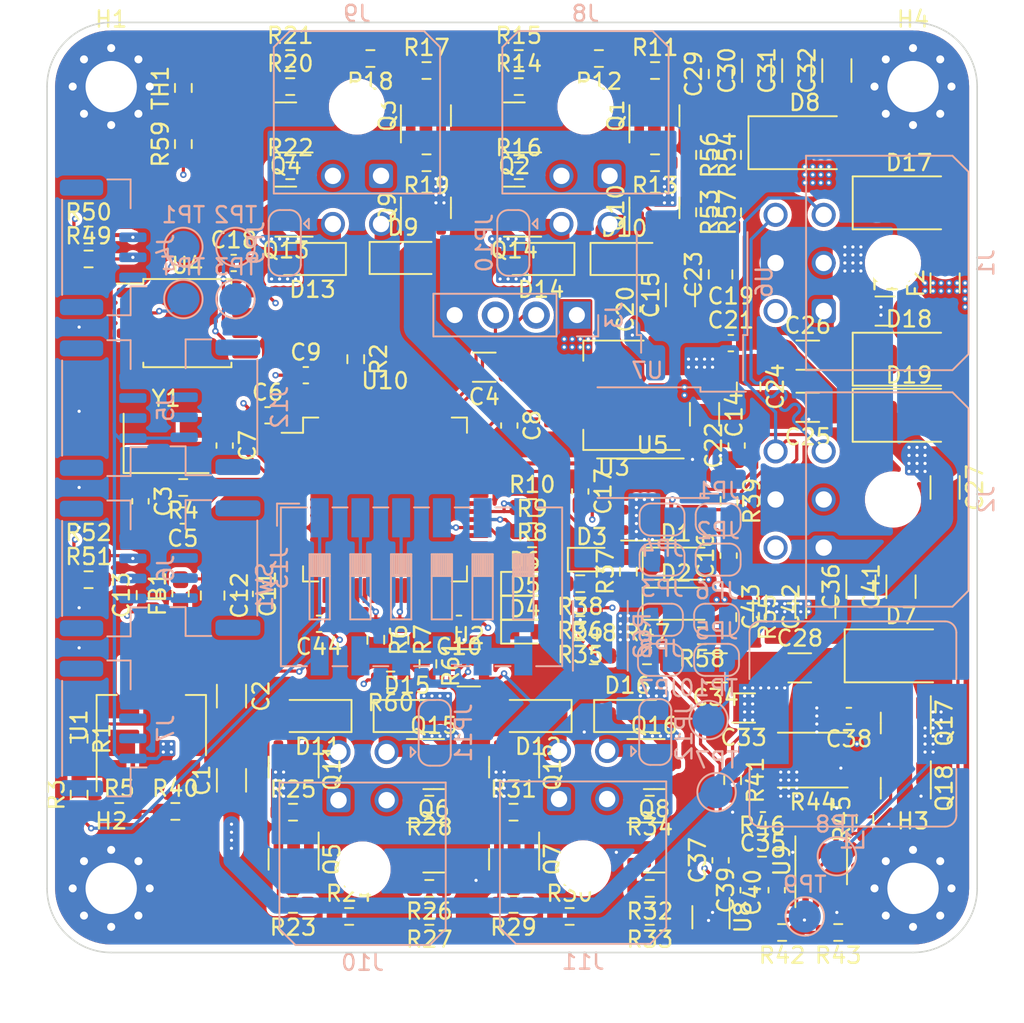
<source format=kicad_pcb>
(kicad_pcb (version 20221018) (generator pcbnew)
  (layers (0 "F.Cu" signal) (1 "In1.Cu" power) (2 "In2.Cu" power) (31 "B.Cu" signal) (34 "B.Paste" user) (35 "F.Paste" user) (36 "B.SilkS" user "B.Silkscreen") (37 "F.SilkS" user "F.Silkscreen") (38 "B.Mask" user) (39 "F.Mask" user) (44 "Edge.Cuts" user))
  (net 0 "")
  (net 1 "+VSW")
  (net 2 "GND")
  (net 3 "VSwitch")
  (net 4 "Net-(C3-Pad1)")
  (net 5 "+3.3V")
  (net 6 "/NRST")
  (net 7 "HSE_IN")
  (net 8 "+3.3VA")
  (net 9 "+5V")
  (net 10 "Net-(D1-A)")
  (net 11 "Net-(D2-A)")
  (net 12 "+VSW_fused")
  (net 13 "VDC_fused")
  (net 14 "Net-(U9-Vin)")
  (net 15 "Vboost")
  (net 16 "Vboost_FET_S")
  (net 17 "Net-(U9-COMP)")
  (net 18 "Net-(C39-Pad2)")
  (net 19 "Net-(D3-A)")
  (net 20 "STAT_LED0")
  (net 21 "Net-(D4-A)")
  (net 22 "STAT_LED1")
  (net 23 "Net-(D5-A)")
  (net 24 "STAT_LED2")
  (net 25 "Net-(D6-A)")
  (net 26 "Vboost_FET_D")
  (net 27 "Net-(D17-A)")
  (net 28 "Net-(D9-K)")
  (net 29 "Net-(D10-K)")
  (net 30 "Net-(D11-K)")
  (net 31 "Net-(D12-K)")
  (net 32 "Net-(D13-K)")
  (net 33 "Net-(D14-K)")
  (net 34 "Net-(D15-K)")
  (net 35 "Net-(D16-K)")
  (net 36 "VDC")
  (net 37 "CAN-")
  (net 38 "CAN+")
  (net 39 "/SWDIO")
  (net 40 "/SWCLK")
  (net 41 "U1_TX-I2C1_SCL")
  (net 42 "U1_RX-I2C1_SDA")
  (net 43 "U2_TX-AIN4")
  (net 44 "U2_RX-AIN5")
  (net 45 "U3_TX-I2C2_SCL")
  (net 46 "U3_RX-I2C2_SDA")
  (net 47 "U4_TX")
  (net 48 "U4_RX")
  (net 49 "AIN0")
  (net 50 "AIN1")
  (net 51 "AIN2")
  (net 52 "AIN3")
  (net 53 "Vdrive_pre_I_sense")
  (net 54 "Net-(Q1-D)")
  (net 55 "Net-(Q1-G)")
  (net 56 "Net-(Q14-G)")
  (net 57 "Net-(Q2-G)")
  (net 58 "Net-(Q3-D)")
  (net 59 "Net-(Q3-G)")
  (net 60 "Net-(Q13-G)")
  (net 61 "Net-(Q4-G)")
  (net 62 "Net-(Q11-G)")
  (net 63 "Net-(Q5-G)")
  (net 64 "Net-(Q15-G)")
  (net 65 "Net-(Q6-G)")
  (net 66 "Net-(Q12-G)")
  (net 67 "Net-(Q7-G)")
  (net 68 "Net-(Q16-G)")
  (net 69 "Net-(Q8-G)")
  (net 70 "Vdrive")
  (net 71 "Net-(JP9-C)")
  (net 72 "Net-(JP10-C)")
  (net 73 "Net-(JP11-C)")
  (net 74 "Net-(JP12-C)")
  (net 75 "Net-(Q17-G)")
  (net 76 "Net-(U1-ADJ)")
  (net 77 "/BOOTO")
  (net 78 "SW0")
  (net 79 "HSE_OUT")
  (net 80 "Net-(R40-Pad1)")
  (net 81 "SW1")
  (net 82 "SW2")
  (net 83 "SW3")
  (net 84 "SW4")
  (net 85 "SW5")
  (net 86 "S2O1")
  (net 87 "S2O2")
  (net 88 "S1O1")
  (net 89 "S1O2")
  (net 90 "S3O1")
  (net 91 "S3O2")
  (net 92 "S4O1")
  (net 93 "S4O2")
  (net 94 "Boost_FB")
  (net 95 "Net-(U8-W)")
  (net 96 "Net-(U9-Isen)")
  (net 97 "Vboost_EN")
  (net 98 "Net-(U9-FA)")
  (net 99 "+VSW_sense")
  (net 100 "VDC_sense")
  (net 101 "Vboost_sense")
  (net 102 "TH_sense")
  (net 103 "Net-(U2-REF)")
  (net 104 "SPI_CS_FLASH")
  (net 105 "SPI1_SCK")
  (net 106 "SPI1_MOSI")
  (net 107 "SPI1_MISO")
  (net 108 "I_sense")
  (net 111 "CAN_TX")
  (net 112 "CAN_RX")
  (net 135 "Net-(D18-A)")
  (footprint "Capacitor_SMD:C_1206_3216Metric_Pad1.33x1.80mm_HandSolder" (layer "F.Cu") (at 153.25 135.1875 90)
    (fp_text reference "C41")
    (fp_text value "10u")
  )
  (footprint "Capacitor_SMD:C_0603_1608Metric_Pad1.08x0.95mm_HandSolder" (layer "F.Cu") (at 150 143.25 180)
    (fp_text reference "C38")
    (fp_text value "10p")
  )
  (footprint "Package_TO_SOT_SMD:SOT-23" (layer "F.Cu") (at 153.55 147.75 -90)
    (fp_text reference "Q18")
    (fp_text value "NMOS")
  )
  (footprint "Package_TO_SOT_SMD:SOT-23" (layer "F.Cu") (at 153.55 143.6875 -90)
    (fp_text reference "Q17")
    (fp_text value "NMOS")
  )
  (footprint "Diode_SMD:D_SOD-123F" (layer "F.Cu") (at 116.425 114.75 180)
    (fp_text reference "D13")
    (fp_text value "D")
  )
  (footprint "Resistor_SMD:R_0603_1608Metric_Pad0.98x0.95mm_HandSolder" (layer "F.Cu") (at 137.5875 154 180)
    (fp_text reference "R32")
    (fp_text value "330")
  )
  (footprint "Resistor_SMD:R_0603_1608Metric_Pad0.98x0.95mm_HandSolder" (layer "F.Cu") (at 102 148.1625 90)
    (fp_text reference "R3")
    (fp_text value "820")
  )
  (footprint "Resistor_SMD:R_0603_1608Metric_Pad0.98x0.95mm_HandSolder" (layer "F.Cu") (at 142.75 111.8375 90)
    (fp_text reference "R53")
    (fp_text value "4.7k")
  )
  (footprint "Fuse:Fuse_1206_3216Metric_Pad1.42x1.75mm_HandSolder" (layer "F.Cu") (at 156 116.25 90)
    (fp_text reference "F2")
    (fp_text value "10A")
  )
  (footprint "Resistor_SMD:R_0603_1608Metric_Pad0.98x0.95mm_HandSolder" (layer "F.Cu") (at 134.4125 102.25 180)
    (fp_text reference "R12")
    (fp_text value "10k")
  )
  (footprint "Resistor_SMD:R_0603_1608Metric_Pad0.98x0.95mm_HandSolder" (layer "F.Cu") (at 133.25 138 180)
    (fp_text reference "R35")
    (fp_text value "220")
  )
  (footprint "Package_TO_SOT_SMD:SOT-223-3_TabPin2" (layer "F.Cu") (at 106.5 143.85 90)
    (fp_text reference "U1")
    (fp_text value "AZ1117H-ADJ")
  )
  (footprint "Diode_SMD:D_SOD-123F" (layer "F.Cu") (at 139.35 136.25)
    (fp_text reference "D2")
    (fp_text value "D_Schottky")
  )
  (footprint "Capacitor_SMD:C_0603_1608Metric_Pad1.08x0.95mm_HandSolder" (layer "F.Cu") (at 125.6875 137.5 180)
    (fp_text reference "C10")
    (fp_text value "100n")
  )
  (footprint "Resistor_SMD:R_0603_1608Metric_Pad0.98x0.95mm_HandSolder" (layer "F.Cu") (at 142.75 108.2625 90)
    (fp_text reference "R56")
    (fp_text value "2.2k")
  )
  (footprint "Capacitor_SMD:C_1206_3216Metric_Pad1.33x1.80mm_HandSolder" (layer "F.Cu") (at 111.5 147.2625 90)
    (fp_text reference "C1")
    (fp_text value "10u")
  )
  (footprint "Capacitor_SMD:C_0603_1608Metric_Pad1.08x0.95mm_HandSolder" (layer "F.Cu") (at 105.825 129.8625 -90)
    (fp_text reference "C3")
    (fp_text value "10p")
  )
  (footprint "Diode_SMD:D_SOD-123F" (layer "F.Cu") (at 122.325 114.6875)
    (fp_text reference "D9")
    (fp_text value "D")
  )
  (footprint "Diode_SMD:D_SOD-123F" (layer "F.Cu") (at 122.575 143.25)
    (fp_text reference "D15")
    (fp_text value "D")
  )
  (footprint "Resistor_SMD:R_0603_1608Metric_Pad0.98x0.95mm_HandSolder" (layer "F.Cu") (at 130.25 130.25)
    (fp_text reference "R10")
    (fp_text value "10K")
  )
  (footprint "Resistor_SMD:R_0603_1608Metric_Pad0.98x0.95mm_HandSolder" (layer "F.Cu") (at 129.4125 109.25)
    (fp_text reference "R16")
    (fp_text value "1k")
  )
  (footprint "Resistor_SMD:R_0603_1608Metric_Pad0.98x0.95mm_HandSolder" (layer "F.Cu") (at 122 138.5 -90)
    (fp_text reference "R7")
    (fp_text value "10K")
  )
  (footprint "Capacitor_SMD:C_0603_1608Metric_Pad1.08x0.95mm_HandSolder" (layer "F.Cu") (at 144.6375 149.75 180)
    (fp_text reference "C35")
    (fp_text value "100n")
  )
  (footprint "Package_TO_SOT_SMD:SOT-23" (layer "F.Cu") (at 114.8875 106.55 180)
    (fp_text reference "Q4")
    (fp_text value "NMOS")
  )
  (footprint "Resistor_SMD:R_0603_1608Metric_Pad0.98x0.95mm_HandSolder" (layer "F.Cu") (at 133.25 135 180)
    (fp_text reference "R38")
    (fp_text value "220")
  )
  (footprint "Capacitor_SMD:C_0603_1608Metric_Pad1.08x0.95mm_HandSolder" (layer "F.Cu") (at 108.4625 130.75 180)
    (fp_text reference "C5")
    (fp_text value "100n")
  )
  (footprint "Diode_SMD:D_SOD-123F" (layer "F.Cu") (at 116.775 143.25 180)
    (fp_text reference "D11")
    (fp_text value "D")
  )
  (footprint "Package_TO_SOT_SMD:SOT-23" (layer "F.Cu") (at 114.8875 111.8 180)
    (fp_text reference "Q13")
    (fp_text value "PMOS")
  )
  (footprint "Resistor_SMD:R_0603_1608Metric_Pad0.98x0.95mm_HandSolder" (layer "F.Cu") (at 120.1625 102.25 180)
    (fp_text reference "R18")
    (fp_text value "10k")
  )
  (footprint "Resistor_SMD:R_0603_1608Metric_Pad0.98x0.95mm_HandSolder" (layer "F.Cu") (at 136.25 134.25 90)
    (fp_text reference "R37")
    (fp_text value "680")
  )
  (footprint "Package_TO_SOT_SMD:SOT-363_SC-70-6" (layer "F.Cu") (at 126.3 140.25)
    (fp_text reference "U2")
    (fp_text value "INA213")
  )
  (footprint "Capacitor_SMD:C_0805_2012Metric_Pad1.18x1.45mm_HandSolder" (layer "F.Cu") (at 110.325 135.7375 -90)
    (fp_text reference "C12")
    (fp_text value "1u")
  )
  (footprint "Resistor_SMD:R_0603_1608Metric_Pad0.98x0.95mm_HandSolder" (layer "F.Cu") (at 140.8375 138.25 180)
    (fp_text reference "R58")
    (fp_text value "2.2k")
  )
  (footprint "Package_TO_SOT_SMD:SOT-23" (layer "F.Cu") (at 124.1125 146.25)
    (fp_text reference "Q15")
    (fp_text value "PMOS")
  )
  (footprint "Resistor_SMD:R_0603_1608Metric_Pad0.98x0.95mm_HandSolder" (layer "F.Cu") (at 137.5875 148.75 180)
    (fp_text reference "R34")
    (fp_text value "1k")
  )
  (footprint "Resistor_SMD:R_0603_1608Metric_Pad0.98x0.95mm_HandSolder" (layer "F.Cu") (at 130.25 131.75)
    (fp_text reference "R9")
    (fp_text value "10K")
  )
  (footprint "Resistor_SMD:R_0603_1608Metric_Pad0.98x0.95mm_HandSolder" (layer "F.Cu") (at 104.5 149.2)
    (fp_text reference "R5")
    (fp_text value "1k")
  )
  (footprint "Resistor_SMD:R_0603_1608Metric_Pad0.98x0.95mm_HandSolder" (layer "F.Cu") (at 102.5875 133.25)
    (fp_text reference "R52")
    (fp_text value "4.7k")
  )
  (footprint "Resistor_SMD:R_0603_1608Metric_Pad0.98x0.95mm_HandSolder" (layer "F.Cu") (at 115.1625 109.25)
    (fp_text reference "R22")
    (fp_text value "1k")
  )
  (footprint "Resistor_SMD:R_0603_1608Metric_Pad0.98x0.95mm_HandSolder" (layer "F.Cu") (at 145.8375 156.75 180)
    (fp_text reference "R42")
    (fp_text value "1.5k")
  )
  (footprint "Capacitor_SMD:C_1206_3216Metric_Pad1.33x1.80mm_HandSolder" (layer "F.Cu") (at 150.75 135.1875 90)
    (fp_text reference "C36")
    (fp_text value "10u")
  )
  (footprint "Diode_SMD:D_SMA" (layer "F.Cu") (at 153.25 139.5)
    (fp_text reference "D7")
    (fp_text value "D_Schottky")
  )
  (footprint "Resistor_SMD:R_0603_1608Metric_Pad0.98x0.95mm_HandSolder" (layer "F.Cu") (at 123.8375 154 180)
    (fp_text reference "R26")
    (fp_text value "330")
  )
  (footprint "Resistor_SMD:R_0603_1608Metric_Pad0.98x0.95mm_HandSolder" (layer "F.Cu") (at 123.6625 108.75 180)
    (fp_text reference "R19")
    (fp_text value "1k")
  )
  (footprint "Resistor_SMD:R_0603_1608Metric_Pad0.98x0.95mm_HandSolder" (layer "F.Cu") (at 115.3375 155 180)
    (fp_text reference "R23")
    (fp_text value "330")
  )
  (footprint "Resistor_SMD:R_0603_1608Metric_Pad0.98x0.95mm_HandSolder" (layer "F.Cu") (at 123.8375 148.75 180)
    (fp_text reference "R28")
    (fp_text value "1k")
  )
  (footprint "Package_TO_SOT_SMD:SOT-23" (layer "F.Cu") (at 137.875 105.8125 90)
    (fp_text reference "Q1")
    (fp_text value "NMOS")
  )
  (footprint "Resistor_SMD:R_0603_1608Metric_Pad0.98x0.95mm_HandSolder" (layer "F.Cu") (at 143.5 137.0875 -90)
    (fp_text reference "R55")
    (fp_text value "22k")
  )
  (footprint "Resistor_SMD:R_0603_1608Metric_Pad0.98x0.95mm_HandSolder" (layer "F.Cu") (at 129.0875 149.25)
    (fp_text reference "R31")
    (fp_text value "1k")
  )
  (footprint "Resistor_SMD:R_0603_1608Metric_Pad0.98x0.95mm_HandSolder" (layer "F.Cu") (at 102.5875 134.75)
    (fp_text reference "R51")
    (fp_text value "4.7k")
  )
  (footprint "Package_TO_SOT_SMD:SOT-23" (layer "F.Cu") (at 124.1125 151.45)
    (fp_text reference "Q6")
    (fp_text value "NMOS")
  )
  (footprint "Package_TO_SOT_SMD:SOT-223-3_TabPin2" (layer "F.Cu") (at 135.35 123.25 180)
    (fp_text reference "U3")
    (fp_text value "AZ1117-3.3")
  )
  (footprint "Resistor_SMD:R_0603_1608Metric_Pad0.98x0.95mm_HandSolder" (layer "F.Cu") (at 129.0875 155 180)
    (fp_text reference "R29")
    (fp_text value "330")
  )
  (footprint "Package_TO_SOT_SMD:SOT-23" (layer "F.Cu") (at 123.625 111.5625 90)
    (fp_text reference "Q9")
    (fp_text value "PMOS")
  )
  (footprint "Capacitor_SMD:C_0603_1608Metric_Pad1.08x0.95mm_HandSolder" (layer "F.Cu") (at 116.9625 137.5 180)
    (fp_text reference "C44")
    (fp_text value "100n")
  )
  (footprint "Capacitor_SMD:C_0603_1608Metric_Pad1.08x0.95mm_HandSolder" (layer "F.Cu") (at 143 126.3875 90)
    (fp_text reference "C22")
    (fp_text value "100n")
  )
  (footprint "Package_SO:SOIC-8_3.9x4.9mm_P1.27mm" (layer "F.Cu") (at 137.75 129.75)
    (fp_text reference "U5")
    (fp_text value "MCP2562-E-SN")
  )
  (footprint "Capacitor_SMD:C_0603_1608Metric_Pad1.08x0.95mm_HandSolder" (layer "F.Cu") (at 133.25 129.25 -90)
    (fp_text reference "C17")
    (fp_text value "100n")
  )
  (footprint "Resistor_SMD:R_0603_1608Metric_Pad0.98x0.95mm_HandSolder" (layer "F.Cu") (at 137.5875 155.75 180)
    (fp_text reference "R33")
    (fp_text value "10k")
  )
  (footprint "Diode_SMD:D_SMA" (layer "F.Cu") (at 153.75 111.25)
    (fp_text reference "D17")
    (fp_text value "D_Schottky")
  )
  (footprint "Resistor_SMD:R_0603_1608Metric_Pad0.98x0.95mm_HandSolder" (layer "F.Cu") (at 137.9125 108.75 180)
    (fp_text reference "R13")
    (fp_text value "1k")
  )
  (footprint "Diode_SMD:D_SOD-123F" (layer "F.Cu") (at 130.675 114.75 180)
    (fp_text reference "D14")
    (fp_text value "D")
  )
  (footprint "Capacitor_SMD:C_1206_3216Metric_Pad1.33x1.80mm_HandSolder" (layer "F.Cu") (at 127.2625 121.5 180)
    (fp_text reference "C4")
    (fp_text value "10u")
  )
  (footprint "Capacitor_SMD:C_1206_3216Metric_Pad1.33x1.80mm_HandSolder" (layer "F.Cu") (at 146.75 103 90)
    (fp_text reference "C31")
    (fp_text value "22u")
  )
  (footprint "Capacitor_SMD:C_1206_3216Metric_Pad1.33x1.80mm_HandSolder" (layer "F.Cu") (at 139.5 117 90)
    (fp_text reference "C15")
    (fp_text value "10u")
  )
  (footprint "Package_QFP:LQFP-64_10x10mm_P0.5mm" (layer "F.Cu") (at 121.075 129.75)
    (fp_text reference "U10")
    (fp_text value "STM32F103RCTx")
  )
  (footprint "Capacitor_SMD:C_1206_3216Metric_Pad1.33x1.80mm_HandSolder" (layer "F.Cu") (at 141 124.4375 -90)
    (fp_text reference "C14")
    (fp_text value "22u")
  )
  (footprint "Diode_SMD:D_SOD-123F" (layer "F.Cu") (at 136.325 143.25)
    (fp_text reference "D16")
    (fp_text value "D")
  )
  (footprint "Resistor_SMD:R_0603_1608Metric_Pad0.98x0.95mm_HandSolder" (layer "F.Cu") (at 102.5875 114.75)
    (fp_text reference "R49")
    (fp_text value "4.7k")
  )
  (footprint "Resistor_SMD:R_0603_1608Metric_Pad0.98x0.95mm_HandSolder" (layer "F.Cu") (at 134.0875 139.5)
    (fp_text reference "R48")
    (fp_text value "1.5k")
  )
  (footprint "Capacitor_SMD:C_0603_1608Metric_Pad1.08x0.95mm_HandSolder" (layer "F.Cu") (at 142.6375 118.5)
    (fp_text reference "C19")
    (fp_text value "330n")
  )
  (footprint "Resistor_SMD:R_0603_1608Metric_Pad0.98x0.95mm_HandSolder" (layer "F.Cu") (at 133.25 136.5 180)
    (fp_text reference "R36")
    (fp_text value "220")
  )
  (footprint "Diode_SMD:D_SMA" (layer "F.Cu") (at 153.75 121)
    (fp_text reference "D18")
    (fp_text value "D_Schottky")
  )
  (footprint "Capacitor_SMD:C_0603_1608Metric_Pad1.08x0.95mm_HandSolder" (layer "F.Cu") (at 116.1375 122)
    (fp_text reference "C9")
    (fp_text value "100n")
  )
  (footprint "Resistor_SMD:R_0603_1608Metric_Pad0.98x0.95mm_HandSolder" (layer "F.Cu") (at 119.25 121 -90)
    (fp_text reference "R2")
    (fp_text value "10k")
  )
  (footprint "Resistor_SMD:R_0603_1608Metric" (layer "F.Cu") (at 121.425 141 180)
    (fp_text reference "R60")
    (fp_text value "10k")
  )
  (footprint "Package_TO_SOT_SMD:SOT-23" (layer "F.Cu") (at 129.1375 111.8 180)
    (fp_text reference "Q14")
    (fp_text value "PMOS")
  )
  (footprint "Resistor_SMD:R_0603_1608Metric_Pad0.98x0.95mm_HandSolder" (layer "F.Cu") (at 108.4875 129 180)
    (fp_text reference "R4")
    (fp_text value "1k")
  )
  (footprint "Resistor_SMD:R_2512_6332Metric_Pad1.40x3.35mm_HandSolder" (layer "F.Cu") (at 147.75 146 180)
    (fp_text reference "R44")
    (fp_text value "10m")
  )
  (footprint "Package_TO_SOT_SMD:SOT-23" (layer "F.Cu") (at 137.8625 151.45)
    (fp_text reference "Q8")
    (fp_text value "NMOS")
  )
  (footprint "Capacitor_SMD:C_0603_1608Metric_Pad1.08x0.95mm_HandSolder" (layer "F.Cu") (at 112.325 135.6375 -90)
    (fp_text reference "C11")
    (fp_text value "22n")
  )
  (footprint "Capacitor_SMD:C_1206_3216Metric_Pad1.33x1.80mm_HandSolder" (layer "F.Cu") (at 141.6875 140.25 180)
    (fp_text reference "C34")
    (fp_text value "22u")
  )
  (footprint "LED_SMD:LED_0603_1608Metric" (layer "F.Cu") (at 129.8 138)
    (fp_text reference "D4")
    (fp_text value "LED")
  )
  (footprint "Resistor_SMD:R_0603_1608Metric_Pad0.98x0.95mm_HandSolder" (layer "F.Cu") (at 129.4125 102.25)
    (fp_text reference "R15")
    (fp_text value "10k")
  )
  (footprint "MountingHole:MountingHole_3.2mm_M3_Pad_Via" (layer "F.Cu") (at 104 154)
    (fp_text reference "H2")
    (fp_text value "MountingHole_Pad")
  )
  (footprint "Resistor_SMD:R_0603_1608Metric_Pad0.98x0.95mm_HandSolder" (layer "F.Cu") (at 123.8375 155.75 180)
    (fp_text reference "R27")
    (fp_text value "10k")
  )
  (footprint "Package_TO_SOT_SMD:SOT-23" (layer "F.Cu") (at 115.375 152.1875 -90)
    (fp_text reference "Q5")
    (fp_text value "NMOS")
  )
  (footprint "Package_TO_SOT_SMD:SOT-23" (layer "F.Cu") (at 129.125 146.4375 -90)
    (fp_text reference "Q12")
    (fp_text value "PMOS")
  )
  (footprint "Capacitor_SMD:C_1206_3216Metric_Pad1.33x1.80mm_HandSolder" (layer "F.Cu") (at 156 129 -90)
    (fp_text reference "C27")
    (fp_text value "22u")
  )
  (footprint "Capacitor_SMD:C_0805_2012Metric_Pad1.18x1.45mm_HandSolder" (layer "F.Cu") (at 143.75 122.7125 -90)
    (fp_text reference "C24")
    (fp_text value "1u")
  )
  (footprint "MountingHole:MountingHole_3.2mm_M3_Pad_Via" (layer "F.Cu") (at 154 104)
    (fp_text reference "H4")
    (fp_text value "MountingHole_Pad")
  )
  (footprint "Resistor_SMD:R_0603_1608Metric_Pad0.98x0.95mm_HandSolder" (layer "F.Cu") (at 151 149.6625 90)
    (fp_text reference "R45")
    (fp_text value "100")
  )
  (footprint "LED_SMD:LED_0603_1608Metric" (layer "F.Cu") (at 129.8 135)
    (fp_text reference "D6")
    (fp_text value "LED")
  )
  (footprint "Diode_SMD:D_SMA" (layer "F.Cu") (at 147.25 107.5)
    (fp_text reference "D8")
    (fp_text value "D_Schottky")
  )
  (footprint "Crystal:Crystal_SMD_5032-4Pin_5.0x3.2mm" (layer "F.Cu") (at 107.425 126.25)
    (fp_text reference "Y1")
    (fp_text value "8MHz 12pF")
  )
  (footprint "Capacitor_SMD:C_0603_1608Metric_Pad1.08x0.95mm_HandSolder" (layer "F.Cu") (at 111.075 126.3875 -90)
    (fp_text reference "C7")
    (fp_text value "10p")
  )
  (footprint "Capacitor_SMD:C_1206_3216Metric_Pad1.33x1.80mm_HandSolder" (layer "F.Cu") (at 111.5 142.0125 -90)
    (fp_text reference "C2")
    (fp_text value "22u")
  )
  (footprint "Resistor_SMD:R_0603_1608Metric_Pad0.98x0.95mm_HandSolder" (layer "F.Cu") (at 102.5875 113.26)
    (fp_text reference "R50")
    (fp_text value "4.7k")
  )
  (footprint "Capacitor_SMD:C_0603_1608Metric_Pad1.08x0.95mm_HandSolder" (layer "F.Cu") (at 142.6375 120)
    (fp_text reference "C21")
    (fp_text value "330n")
  )
  (footprint "Resistor_SMD:R_0603_1608Metric_Pad0.98x0.95mm_HandSolder" (layer "F.Cu") (at 144.5875 151.5)
    (fp_text reference "R46")
    (fp_text value "1.5k")
  )
  (footprint "Resistor_SMD:R_0603_1608Metric_Pad0.98x0.95mm_HandSolder" (layer "F.Cu") (at 132.5875 155.75)
    (fp_text reference "R30")
    (fp_text value "10k")
  )
  (footprint "Package_TO_SOT_SMD:SOT-363_SC-70-6" (layer "F.Cu") (at 141.4 155.8 -90)
    (fp_text reference "U8")
    (fp_text value "MCP4017-xxxxLT")
  )
  (footprint "Resistor_SMD:R_0603_1608Metric_Pad0.98x0.95mm_HandSolder" (layer "F.Cu") (at 115.1625 104)
    (fp_text reference "R20")
    (fp_text value "330")
  )
  (footprint "LED_SMD:LED_0603_1608Metric" (layer "F.Cu") (at 129.8 136.5)
    (fp_text reference "D5")
    (fp_text value "LED")
  )
  (footprint "Resistor_SMD:R_0603_1608Metric_Pad0.98x0.95mm_HandSolder" (layer "F.Cu") (at 137.9125 103)
    (fp_text reference "R11")
    (fp_text value "330")
  )
  (footprint "Capacitor_SMD:C_1206_3216Metric_Pad1.33x1.80mm_HandSolder" (layer "F.Cu") (at 145.75 136.4375 90)
    (fp_text reference "C43")
    (fp_text value "10u")
  )
  (footprint "MountingHole:MountingHole_3.2mm_M3_Pad_Via" (layer "F.Cu") (at 154 154)
    (fp_text reference "H3")
    (fp_text value "MountingHole_Pad")
  )
  (footprint "Diode_SMD:D_SOD-123F" (layer "F.Cu") (at 139.35 133.75)
    (fp_text reference "D1")
    (fp_text value "D_Schottky")
  )
  (footprint "Capacitor_SMD:C_0603_1608Metric_Pad1.08x0.95mm_HandSolder" (layer "F.Cu") (at 113.75 124.5)
    (fp_text reference "C6")
    (fp_text value "100n")
  )
  (footprint "Resistor_SMD:R_0603_1608Metric_Pad0.98x0.95mm_HandSolder" (layer "F.Cu") (at 108 149.2)
    (fp_text reference "R40")
    (fp_text value "100")
  )
  (footprint "Package_TO_SOT_SMD:SOT-23" (layer "F.Cu") (at 123.625 105.8125 90)
    (fp_text reference "Q3")
    (fp_text value "NMOS")
  )
  (footprint "Fuse:Fuse_1206_3216Metric_Pad1.42x1.75mm_HandSolder" (layer "F.Cu") (at 152.2625 118)
    (fp_text reference "F1")
    (fp_text value "10A")
  )
  (footprint "Resistor_SMD:R_0603_1608Metric_Pad0.98x0.95mm_HandSolder" (layer "F.Cu") (at 102 144.6625 -90)
    (fp_text reference "R1")
    (fp_text value "680")
  )
  (footprint "Capacitor_SMD:C_1206_3216Metric_Pad1.33x1.80mm_HandSolder" (layer "F.Cu") (at 147.4375 120.75)
    (fp_text reference "C26")
    (fp_text value "22u")
  )
  (footprint "Capacitor_SMD:C_0603_1608Metric_Pad1.08x0.95mm_HandSolder" (layer "F.Cu") (at 145.5 154.1125 90)
    (fp_text reference "C40")
    (fp_text value "3.3n")
  )
  (footprint "Resistor_SMD:R_0603_1608Metric_Pad0.98x0.95mm_HandSolder" (layer "F.Cu") (at 108.5 107.5875 90)
    (fp_text reference "R59")
    (fp_text value "10k")
  )
  (footprint "Resistor_SMD:R_0603_1608Metric_Pad0.98x0.95mm_HandSolder" (layer "F.Cu") (at 118.8375 155.75)
    (fp_text reference "R24")
    (fp_text value "10k")
  )
  (footprint "Resistor_SMD:R_0603_1608Metric_Pad0.98x0.95mm_HandSolder" (layer "F.Cu") (at 120.5 138.5 -90)
    (fp_text reference "R6")
    (fp_text value "10K")
  )
  (footprint "Package_TO_SOT_SMD:SOT-23" (layer "F.Cu") (at 129.1375 106.55 180)
    (fp_text reference "Q2")
    (fp_text value "NMOS")
  )
  (footprint "Capacitor_SMD:C_0603_1608Metric_Pad1.08x0.95mm_HandSolder" (layer "F.Cu") (at 137.5 117.8875 90)
    (fp_text reference "C20")
    (fp_text value "100n")
  )
  (footprint "Package_TO_SOT_SMD:SOT-23" (layer "F.Cu") (at 115.375 146.4375 -90)
    (fp_text reference "Q11")
    (fp_text value "PMOS")
  )
  (footprint "Package_TO_SOT_SMD:SOT-23" (layer "F.Cu") (at 129.125 152.1875 -90)
    (fp_text reference "Q7")
    (fp_text value "NMOS")
  )
  (footprint "Capacitor_SMD:C_0603_1608Metric_Pad1.08x0.95mm_HandSolder" (layer "F.Cu") (at 111.6375 115)
    (fp_text reference "C18")
    (fp_text value "100n")
  )
  (footprint "Capacitor_SMD:C_0805_2012Metric_Pad1.18x1.45mm_HandSolder" (layer "F.Cu") (at 142 115.7125 90)
    (fp_text reference "C23")
    (fp_text value "1u")
  )
  (footprint "Capacitor_SMD:C_1206_3216Metric_Pad1.33x1.80mm_HandSolder" (layer "F.Cu") (at 148.25 136.4375 90)
    (fp_text reference "C42")
    (fp_text value "10u")
  )
  (footprint "Resistor_SMD:R_0603_1608Metric_Pad0.98x0.95mm_HandSolder" (layer "F.Cu") (at 129.4125 104)
    (fp_text reference "R14")
    (fp_text value "330")
  )
  (footprint "Diode_SMD:D_SOD-123F" (layer "F.Cu") (at 130.5 143.25 180)
    (fp_text reference "D12")
    (fp_text value "D")
  )
  (footprint "Capacitor_SMD:C_1206_3216Metric_Pad1.33x1.80mm_HandSolder" (layer "F.Cu") (at 149.25 103 90)
    (fp_text reference "C32")
    (fp_text value "22u")
  )
  (footprint "Capacitor_SMD:C_0603_1608Metric_Pad1.08x0.95mm_HandSolder" (layer "F.Cu") (at 142 152.25 90)
    (fp_text reference "C37")
    (fp_text value "100n")
  )
  (footprint "Package_SO:MSOP-8_3x3mm_P0.65mm" (layer "F.Cu") (at 148.275 152.25 90)
    (fp_text reference "U9")
    (fp_text value "LM3488MM")
  )
  (footprint "Resistor_SMD:R_0603_1608Metric_Pad0.98x0.95mm_HandSolder" (layer "F.Cu") (at 141 111.8375 -90)
    (fp_text reference "R57")
    (fp_text value "2.2k")
  )
  (footprint "Package_TO_SOT_SMD:SOT-23" (layer "F.Cu") (at 137.8625 146.25)
    (fp_text reference "Q16")
    (fp_text value "PMOS")
  )
  (footprint "Resistor_SMD:R_0603_1608Metric_Pad0.98x0.95mm_HandSolder" (layer "F.Cu") (at 108.5 104.0875 90)
    (fp_text reference "TH1")
    (fp_text value "10k")
  )
  (footprint "Resistor_SMD:R_0603_1608Metric_Pad0.98x0.95mm_HandSolder" (layer "F.Cu") (at 137.4125 139.5)
    (fp_text reference "R47")
    (fp_text value "47k")
  )
  (footprint "Capacitor_SMD:C_1206_3216Metric_Pad1.33x1.80mm_HandSolder" (layer "F.Cu") (at 146.9375 140.25)
    (fp_text reference "C28")
    (fp_text value "22u")
  )
  (footprint "LED_SMD:LED_0603_1608Metric" (layer "F.Cu") (at 133.9625 133.5)
    (fp_text reference "D3")
    (fp_text value "LED")
  )
  (footprint "Inductor_SMD:L_0603_1608Metric_Pad1.05x0.95mm_HandSolder" (layer "F.Cu") (at 108.325 135.625 90)
    (fp_text reference "FB1")
    (fp_text value "120R")
  )
  (footprint "Diode_SMD:D_SOD-123F" (layer "F.Cu") (at 136.1 114.75)
    (fp_text reference "D10")
    (fp_text value "D")
  )
  (footprint "Resistor_SMD:R_0603_1608Metric_Pad0.98x0.95mm_HandSolder" (layer "F.Cu") (at 142.525 129.845 -90)
    (fp_text reference "R39")
    (fp_text value "120, DNP")
  )
  (footprint "Resistor_SMD:R_0603_1608Metric_Pad0.98x0.95mm_HandSolder" (layer "F.Cu") (at 149.3375 156.75 180)
    (fp_text reference "R43")
    (fp_text value "33k")
  )
  (footprint "Resistor_SMD:R_0603_1608Metric" (layer "F.Cu") (at 123.75 140 -90)
    (fp_text reference "R61")
    (fp_text value "10k")
  )
  (footprint "Capacitor_SMD:C_1206_3216Metric_Pad1.33x1.80mm_HandSolder" (layer "F.Cu") (at 144.25 103 90)
    (fp_text reference "C30")
    (fp_text value "22u")
  )
  (footprint "Resistor_SMD:R_0603_1608Metric_Pad0.98x0.95mm_HandSolder" (layer "F.Cu") (at 123.6625 103)
    (fp_text reference "R17")
    (fp_text value "330")
  )
  (footprint "Capacitor_SMD:C_0603_1608Metric_Pad1.08x0.95mm_HandSolder" (layer "F.Cu") (at 142.5 133.25 90)
    (fp_text reference "C16")
    (fp_text value "100n")
  )
  (footprint "Capacitor_SMD:C_1206_3216Metric_Pad1.33x1.80mm_HandSolder" (layer "F.Cu") (at 147.4375 124 180)
    (fp_text reference "C25")
    (fp_text value "22u")
  )
  (footprint "Package_TO_SOT_SMD:SOT-23" (layer "F.Cu") (at 137.875 111.5625 90)
    (fp_text reference "Q10")
    (fp_text value "PMOS")
  )
  (footprint "Capacitor_SMD:C_0603_1608Metric_Pad1.08x0.95mm_HandSolder" (layer "F.Cu") (at 143.75 154.1125 90)
    (fp_text reference "C39")
    (fp_text value "100n")
  )
  (footprint "MountingHole:MountingHole_3.2mm_M3_Pad_Via" (layer "F.Cu") (at 104 104)
    (fp_text reference "H1")
    (fp_text value "MountingHole_Pad")
  )
  (footprint "Capacitor_SMD:C_0805_2012Metric_Pad1.18x1.45mm_HandSolder" (layer "F.Cu") (at 106.325 135.7125 90)
    (fp_text reference "C13")
    (fp_text value "1u")
  )
  (footprint "Diode_SMD:D_SMA" (layer "F.Cu") (at 153.75 124.5)
    (fp_text reference "D19")
    (fp_text value "D_Schottky")
  )
  (footprint "Capacitor_SMD:C_1206_3216Metric_Pad1.33x1.80mm_HandSolder" (layer "F.Cu") (at 143.4375 142.75 180)
    (fp_text reference "C33")
    (fp_text value "22u")
  )
  (footprint "Package_SO:SOIC-8_5.275x5.275mm_P1.27mm" (layer "F.Cu") (at 108.75 118.75)
    (fp_text reference "U4")
    (fp_text value "W25Q128JVP")
  )
  (footprint "Resistor_SMD:R_0603_1608Metric_Pad0.98x0.95mm_HandSolder" (layer "F.Cu") (at 115.1625 102.25)
    (fp_text reference "R21")
    (fp_text value "10k")
  )
  (footprint "Capacitor_SMD:C_0805_2012Metric_Pad1.18x1.45mm_HandSolder" (layer "F.Cu") (at 142 103.2125 90)
    (fp_text reference "C29")
    (fp_text value "1u")
  )
  (footprint "Resistor_SMD:R_0603_1608Metric_Pad0.98x0.95mm_HandSolder" (layer "F.Cu") (at 130.25 133.25)
    (fp_text reference "R8")
    (fp_text value "10K")
  )
  (footprint "Resistor_SMD:R_0603_1608Metric_Pad0.98x0.95mm_HandSolder" (layer "F.Cu") (at 142.75 147.25 -90)
    (fp_text reference "R41")
    (fp_text value "22")
  )
  (footprint "Resistor_SMD:R_0603_1608Metric_Pad0.98x0.95mm_HandSolder" (layer "F.Cu") (at 115.3375 149.25)
    (fp_text reference "R25")
    (fp_text value "1k")
  )
  (footprint "Resistor_SMD:R_0603_1608Metric_Pad0.98x0.95mm_HandSolder" (layer "F.Cu") (at 141 108.2625 -90)
    (fp_text reference "R54")
    (fp_text value "15k")
  )
  (footprint "Capacitor_SMD:C_0603_1608Metric_Pad1.08x0.95mm_HandSolder" (layer "F.Cu") (at 128.825 125.1375 -90)
    (fp_text reference "C8")
    (fp_text value "100n")
  )
  (footprint "Button_Switch_SMD:SW_DIP_SPSTx06_Slide_9.78x17.42mm_W8.61mm_P2.54mm" (layer "B.Cu") (at 123.35 135.195 -90)
    (fp_text reference "SW1")
    (fp_text value "SW_DIP_x06")
  )
  (footprint "TestPoint:TestPoint_Pad_D2.0mm" (layer "B.Cu") (at 147.25 155.75 180)
    (fp_text reference "TP9")
    (fp_text value "TestPoint")
  )
  (footprint "Jumper:SolderJumper-2_P1.3mm_Open_RoundedPad1.0x1.5mm" (layer "B.Cu") (at 138.35 133.5)
    (fp_text reference "JP3")
    (fp_text value "VDC_Sel")
  )
  (footprint "Jumper:SolderJumper-3_P1.3mm_Open_RoundedPad1.0x1.5mm" (layer "B.Cu") (at 129.075 113.75 -90)
    (fp_text reference "JP10")
    (fp_text value "servo_ss")
  )
  (footprint "Jumper:SolderJumper-2_P1.3mm_Open_RoundedPad1.0x1.5mm" (layer "B.Cu") (at 141.85 133.5 180)
    (fp_text reference "JP2")
    (fp_text value "+VSW_Sel")
  )
  (footprint "TestPoint:TestPoint_Pad_D2.0mm" (layer "B.Cu") (at 108.5 117.25 180)
    (fp_text reference "TP4")
    (fp_text value "TestPoint")
  )
  (footprint "Connector_JST:JST_GH_SM04B-GHS-TB_1x04-1MP_P1.25mm_Horizontal" (layer "B.Cu") (at 103.5 134.05 90)
    (fp_text reference "J6")
    (fp_text value "JST-GH 4Pin")
  )
  (footprint "Connector_JST:JST_GH_SM04B-GHS-TB_1x04-1MP_P1.25mm_Horizontal" (layer "B.Cu") (at 103.5 124.05 90)
    (fp_text reference "J5")
    (fp_text value "JST-GH 4Pin")
  )
  (footprint "Jumper:SolderJumper-3_P1.3mm_Open_RoundedPad1.0x1.5mm" (layer "B.Cu") (at 124.175 144.3 90)
    (fp_text reference "JP11")
    (fp_text value "servo_ss")
  )
  (footprint "Connector_Molex:Molex_Micro-Fit_3.0_43045-0400_2x02_P3.00mm_Horizontal" (layer "B.Cu") (at 120.825 109.57 180)
    (fp_text reference "J9")
    (fp_text value "Molex MicroFit 2x2")
  )
  (footprint "Jumper:SolderJumper-2_P1.3mm_Open_RoundedPad1.0x1.5mm" (layer "B.Cu") (at 141.75 137.25 180)
    (fp_text reference "JP6")
    (fp_text value "Vext_Sel")
  )
  (footprint "Jumper:SolderJumper-2_P1.3mm_Open_RoundedPad1.0x1.5mm" (layer "B.Cu") (at 138.25 139.75)
    (fp_text reference "JP7")
    (fp_text value "+5V_Sel")
  )
  (footprint "TestPoint:TestPoint_Pad_D2.0mm" (layer "B.Cu") (at 108.5 114 180)
    (fp_text reference "TP1")
    (fp_text value "TestPoint")
  )
  (footprint "TestPoint:TestPoint_Pad_D2.0mm" (layer "B.Cu") (at 111.75 117.25 180)
    (fp_text reference "TP3")
    (fp_text value "TestPoint")
  )
  (footprint "TestPoint:TestPoint_Pad_D2.0mm" (layer "B.Cu") (at 141.75 148 180)
    (fp_text reference "TP7")
    (fp_text value "TestPoint")
  )
  (footprint "Connector_JST:JST_GH_SM04B-GHS-TB_1x04-1MP_P1.25mm_Horizontal" (layer "B.Cu") (at 103.5 144.025 90)
    (fp_text reference "J7")
    (fp_text value "JST-GH 4Pin")
  )
  (footprint "Connector_JST:JST_GH_SM04B-GHS-TB_1x04-1MP_P1.25mm_Horizontal" (layer "B.Cu") (at 103.5 114.025 90)
    (fp_text reference "J4")
    (fp_text value "JST-GH 4Pin")
  )
  (footprint "Jumper:SolderJumper-2_P1.3mm_Open_RoundedPad1.0x1.5mm" (layer "B.Cu") (at 141.75 139.75 180)
    (fp_text reference "JP5")
    (fp_text value "Vext_Sel")
  )
  (footprint "Resistor_SMD:R_2512_6332Metric" (layer "B.Cu") (at 134.5 138.25 90)
    (fp_text reference "R62")
    (fp_text value "5m")
  )
  (footprint "Connector_Molex:Molex_Micro-Fit_3.0_43045-0400_2x02_P3.00mm_Horizontal" (layer "B.Cu") (at 118.175 148.5)
    (fp_text reference "J10")
    (fp_text value "Molex MicroFit 2x2")
  )
  (footprint "Connector_Molex:Molex_Micro-Fit_3.0_43045-0600_2x03_P3.00mm_Horizontal" (layer "B.Cu") (at 148.43 118 90)
    (fp_text reference "J1")
    (fp_text value "Molex MicroFit 2x3")
  )
  (footprint "Jumper:SolderJumper-3_P1.3mm_Open_RoundedPad1.0x1.5mm" (layer "B.Cu") (at 137.925 144.25 90)
    (fp_text reference "JP12")
    (fp_text value "servo_ss")
  )
  (footprint "Connector_Molex:Molex_Micro-Fit_3.0_43045-0400_2x02_P3.00mm_Horizontal" (layer "B.Cu") (at 131.925 148.43)
    (fp_text reference "J11")
    (fp_text value "Molex MicroFit 2x2")
  )
  (footprint "Jumper:SolderJumper-2_P1.3mm_Open_RoundedPad1.0x1.5mm" (layer "B.Cu") (at 138.25 137.25)
    (fp_text reference "JP8")
    (fp_text value "+5V_Sel")
  )
  (footprint "Package_TO_SOT_SMD:TO-252-2" (layer "B.Cu") (at 140.225 116.185 90)
    (fp_text reference "U6")
    (fp_text value "L7805")
  )
  (footprint "Jumper:SolderJumper-3_P1.3mm_Open_RoundedPad1.0x1.5mm" (layer "B.Cu") (at 114.825 113.75 -90)
    (fp_text reference "JP9")
    (fp_text value "servo_ss")
  )
  (footprint "Connector_Molex:Molex_Micro-Fit_3.0_43045-0600_2x03_P3.00mm_Horizontal" (layer "B.Cu") (at 148.43 132.75 90)
    (fp_text reference "J2")
    (fp_text value "Molex MicroFit 2x3")
  )
  (footprint "Package_TO_SOT_SMD:TO-252-2" (layer "B.Cu") (at 137.435 126.205 180)
    (fp_text reference "U7")
    (fp_text value "L7805")
  )
  (footprint "TestPoint:TestPoint_Pad_D2.0mm" (layer "B.Cu") (at 141.25 143.5 180)
    (fp_text reference "TP10")
    (fp_text value "TestPoint")
  )
  (footprint "TestPoint:TestPoint_Pad_D2.0mm" (layer "B.Cu") (at 149.25 152 180)
    (fp_text reference "TP8")
    (fp_text value "TestPoint")
  )
  (footprint "Inductor_SMD:L_Bourns_SRP1245A" (layer "B.Cu") (at 150.25 143.75)
    (fp_text reference "L1")
    (fp_text value "15u")
  )
  (footprint "Connector_JST:JST_GH_BM04B-GHS-TBT_1x04-1MP_P1.25mm_Vertical" (layer "B.Cu") (at 110.5 124 90)
    (fp_text reference "J12")
    (fp_text value "JST-GH 4Pin")
  )
  (footprint "TestPoint:TestPoint_Pad_D2.0mm" (layer "B.Cu") (at 111.75 114 180)
    (fp_text reference "TP2")
    (fp_text value "TestPoint")
  )
  (footprint "Connector_JST:JST_GH_BM04B-GHS-TBT_1x04-1MP_P1.25mm_Vertical" (layer "B.Cu") (at 110.5 134.025 90)
    (fp_text reference "J13")
    (fp_text value "JST-GH 4Pin")
  )
  (footprint "Jumper:SolderJumper-2_P1.3mm_Open_RoundedPad1.0x1.5mm" (layer "B.Cu") (at 141.85 131 180)
    (fp_text reference "JP1")
    (fp_text value "+VSW_Sel")
  )
  (footprint "Connector_Molex:Molex_Micro-Fit_3.0_43045-0400_2x02_P3.00mm_Horizontal" (layer "B.Cu") (at 135.075 109.57 180)
    (fp_text reference "J8")
    (fp_text value "Molex MicroFit 2x2")
  )
  (footprint "Jumper:SolderJumper-2_P1.3mm_Open_RoundedPad1.0x1.5mm" (layer "B.Cu") (at 138.35 131)
    (fp_text reference "JP4")
    (fp_text value "VDC_Sel")
  )
  (footprint "Connector_PinHeader_2.54mm:PinHeader_1x04_P2.54mm_Vertical" (layer "B.Cu") (at 133.04 118.25 90)
    (fp_text reference "J3")
    (fp_text value "SWD")
  )
  (gr_arc (start 104 158) (mid 101.171573 156.828427) (end 100 154) (stroke (width 0.1)) (layer "Edge.Cuts"))
  (gr_arc (start 100 104) (mid 101.171573 101.171573) (end 104 100) (stroke (width 0.1)) (layer "Edge.Cuts"))
  (gr_arc (start 158 154) (mid 156.828427 156.828427) (end 154 158) (stroke (width 0.1)) (layer "Edge.Cuts"))
  (gr_arc (start 154 100) (mid 156.828427 101.171573) (end 158 104) (stroke (width 0.1)) (layer "Edge.Cuts"))
  (gr_line (start 154 158) (end 104 158) (stroke (width 0.1)) (layer "Edge.Cuts"))
  (gr_line (start 100 154) (end 100 104) (stroke (width 0.1)) (layer "Edge.Cuts"))
  (gr_line (start 104 100) (end 154 100) (stroke (width 0.1)) (layer "Edge.Cuts"))
  (gr_line (start 158 104) (end 158 154) (stroke (width 0.1)) (layer "Edge.Cuts"))
  (via (at 150.75 114.5) (size 0.4) (drill 0.2) (layers "F.Cu" "B.Cu") (net 1))
  (via (at 150.75 114) (size 0.4) (drill 0.2) (layers "F.Cu" "B.Cu") (net 1))
  (via (at 149.75 115) (size 0.4) (drill 0.2) (layers "F.Cu" "B.Cu") (net 1))
  (via (at 149.75 114) (size 0.4) (drill 0.2) (layers "F.Cu" "B.Cu") (net 1))
  (via (at 152 117.75) (size 0.4) (drill 0.2) (layers "F.Cu" "B.Cu") (net 1))
  (via (at 150.75 115.5) (size 0.4) (drill 0.2) (layers "F.Cu" "B.Cu") (net 1))
  (via (at 150.75 115) (size 0.4) (drill 0.2) (layers "F.Cu" "B.Cu") (net 1))
  (via (at 150.25 115.5) (size 0.4) (drill 0.2) (layers "F.Cu" "B.Cu") (net 1))
  (via (at 152 118.25) (size 0.4) (drill 0.2) (layers "F.Cu" "B.Cu") (net 1))
  (via (at 150.25 115) (size 0.4) (drill 0.2) (layers "F.Cu" "B.Cu") (net 1))
  (via (at 150.25 114.5) (size 0.4) (drill 0.2) (layers "F.Cu" "B.Cu") (net 1))
  (via (at 149.75 115.5) (size 0.4) (drill 0.2) (layers "F.Cu" "B.Cu") (net 1))
  (via (at 150.25 114) (size 0.4) (drill 0.2) (layers "F.Cu" "B.Cu") (net 1))
  (via (at 149.75 114.5) (size 0.4) (drill 0.2) (layers "F.Cu" "B.Cu") (net 1))
  (segment (start 141.4 156.75) (end 141.4 156.15) (width 0.2) (layer "F.Cu") (net 2))
  (segment (start 126 140.042893) (end 126 138.5) (width 0.2) (layer "F.Cu") (net 2))
  (segment (start 125.35 140.25) (end 125.792893 140.25) (width 0.2) (layer "F.Cu") (net 2))
  (segment (start 141.4 154.85) (end 141.4 155.4) (width 0.2) (layer "F.Cu") (net 2))
  (segment (start 141.4 156.15) (end 141.25 156) (width 0.2) (layer "F.Cu") (net 2))
  (segment (start 125.792893 140.25) (end 126 140.042893) (width 0.2) (layer "F.Cu") (net 2))
  (segment (start 149.25 154.3625) (end 149.25 155.5) (width 0.2) (layer "F.Cu") (net 2))
  (segment (start 141.4 155.4) (end 141.5 155.5) (width 0.2) (layer "F.Cu") (net 2))
  (segment (start 149.25 150.1375) (end 149.25 149) (width 0.2) (layer "F.Cu") (net 2))
  (via (at 145.75 148.25) (size 0.4) (drill 0.2) (layers "F.Cu" "B.Cu") (net 2))
  (via (at 148 143.75) (size 0.4) (drill 0.2) (layers "F.Cu" "B.Cu") (net 2))
  (via (at 146.75 147.75) (size 0.4) (drill 0.2) (layers "F.Cu" "B.Cu") (net 2))
  (via (at 126.75 153.5) (size 0.4) (drill 0.2) (layers "F.Cu" "B.Cu") (net 2))
  (via (at 126 138.5) (size 0.4) (drill 0.2) (layers "F.Cu" "B.Cu") (net 2))
  (via (at 133.25 137.25) (size 0.4) (drill 0.2) (layers "F.Cu" "B.Cu") (net 2))
  (via (at 145.75 146.75) (size 0.4) (drill 0.2) (layers "F.Cu" "B.Cu") (net 2))
  (via (at 154.5 148.25) (size 0.4) (drill 0.2) (layers "F.Cu" "B.Cu") (net 2))
  (via (at 102 124.25) (size 0.4) (drill 0.2) (layers "F.Cu" "B.Cu") (net 2))
  (via (at 148 144.25) (size 0.4) (drill 0.2) (layers "F.Cu" "B.Cu") (net 2))
  (via (at 141.25 156) (size 0.4) (drill 0.2) (layers "F.Cu" "B.Cu") (net 2))
  (via (at 146.5 151.75) (size 0.4) (drill 0.2) (layers "F.Cu" "B.Cu") (net 2))
  (via (at 149.25 149) (size 0.4) (drill 0.2) (layers "F.Cu" "B.Cu") (net 2))
  (via (at 148 142.75) (size 0.4) (drill 0.2) (layers "F.Cu" "B.Cu") (net 2))
  (via (at 146.25 147.75) (size 0.4) (drill 0.2) (layers "F.Cu" "B.Cu") (net 2))
  (via (at 102 139) (size 0.4) (drill 0.2) (layers "F.Cu" "B.Cu") (net 2))
  (via (at 146.75 148.25) (size 0.4) (drill 0.2) (layers "F.Cu" "B.Cu") (net 2))
  (via (at 146.25 146.75) (size 0.4) (drill 0.2) (layers "F.Cu" "B.Cu") (net 2))
  (via (at 152.5 150) (size 0.4) (drill 0.2) (layers "F.Cu" "B.Cu") (net 2))
  (via (at 146.25 147.25) (size 0.4) (drill 0.2) (layers "F.Cu" "B.Cu") (net 2))
  (via (at 146.25 148.25) (size 0.4) (drill 0.2) (layers "F.Cu" "B.Cu") (net 2))
  (via (at 147.5 124.75) (size 0.4) (drill 0.2) (layers "F.Cu" "B.Cu") (net 2))
  (via (at 148 143.25) (size 0.4) (drill 0.2) (layers "F.Cu" "B.Cu") (net 2))
  (via (at 140.25 127.25) (size 0.4) (drill 0.2) (layers "F.Cu" "B.Cu") (net 2))
  (via (at 142.75 149.25) (size 0.4) (drill 0.2) (layers "F.Cu" "B.Cu") (net 2))
  (via (at 146.75 147.25) (size 0.4) (drill 0.2) (layers "F.Cu" "B.Cu") (net 2))
  (via (at 145.75 147.75) (size 0.4) (drill 0.2) (layers "F.Cu" "B.Cu") (net 2))
  (via (at 145.75 147.25) (size 0.4) (drill 0.2) (layers "F.Cu" "B.Cu") (net 2))
  (via (at 102 129) (size 0.4) (drill 0.2) (layers "F.Cu" "B.Cu") (net 2))
  (via (at 146.75 146.75) (size 0.4) (drill 0.2) (layers "F.Cu" "B.Cu") (net 2))
  (via (at 149.5 146.5) (size 0.4) (drill 0.2) (layers "F.Cu" "B.Cu") (net 2))
  (via (at 102 131.5) (size 0.4) (drill 0.2) (layers "F.Cu" "B.Cu") (net 2))
  (via (at 133.5 144.25) (size 0.4) (drill 0.2) (layers "F.Cu" "B.Cu") (net 2))
  (via (at 149.25 155.5) (size 0.4) (drill 0.2) (layers "F.Cu" "B.Cu") (net 2))
  (via (at 102 119) (size 0.4) (drill 0.2) (layers "F.Cu" "B.Cu") (net 2))
  (via (at 135.5 151.75) (size 0.4) (drill 0.2) (layers "F.Cu" "B.Cu") (net 2))
  (via (at 141.5 155.5) (size 0.4) (drill 0.2) (layers "F.Cu" "B.Cu") (net 2))
  (via (at 102 136.5) (size 0.4) (drill 0.2) (layers "F.Cu" "B.Cu") (net 2))
  (segment (start 115.7282 140.4782) (end 115.7 140.45) (width 0.2) (layer "F.Cu") (net 3))
  (segment (start 102 143.75) (end 106.5 143.75) (width 0.2) (layer "F.Cu") (net 3))
  (segment (start 115.7 140.45) (end 111.5 140.45) (width 0.2) (layer "F.Cu") (net 3))
  (segment (start 106.5 140.7) (end 106.5 143.75) (width 1) (layer "F.Cu") (net 3))
  (segment (start 106.75 140.45) (end 106.5 140.7) (width 1) (layer "F.Cu") (net 3))
  (segment (start 106.5 143.75) (end 106.5 147) (width 1) (layer "F.Cu") (net 3))
  (segment (start 111.5 140.45) (end 106.75 140.45) (width 1) (layer "F.Cu") (net 3))
  (via (at 107.75 145.5) (size 0.4) (drill 0.2) (layers "F.Cu" "B.Cu") (net 3))
  (via (at 115.7282 140.4782) (size 0.4) (drill 0.2) (layers "F.Cu" "B.Cu") (net 3))
  (via (at 107.75 145) (size 0.4) (drill 0.2) (layers "F.Cu" "B.Cu") (net 3))
  (via (at 107.25 145) (size 0.4) (drill 0.2) (layers "F.Cu" "B.Cu") (net 3))
  (via (at 107.25 145.5) (size 0.4) (drill 0.2) (layers "F.Cu" "B.Cu") (net 3))
  (segment (start 104.500001 145.9) (end 104.2 145.599999) (width 0.2) (layer "B.Cu") (net 3))
  (segment (start 104.2 135.624999) (end 104.2 135) (width 0.2) (layer "B.Cu") (net 3))
  (segment (start 105.35 125.925) (end 108.5 125.925) (width 0.2) (layer "B.Cu") (net 3))
  (segment (start 105.35 145.9) (end 106.85 145.9) (width 0.2) (layer "B.Cu") (net 3))
  (segment (start 104.500001 125.925) (end 105.35 125.925) (width 0.2) (layer "B.Cu") (net 3))
  (segment (start 105.35 145.9) (end 104.500001 145.9) (width 0.2) (layer "B.Cu") (net 3))
  (segment (start 105.35 135.925) (end 108.525 135.925) (width 0.2) (layer "B.Cu") (net 3))
  (segment (start 104.500001 135.925) (end 104.2 135.624999) (width 0.2) (layer "B.Cu") (net 3))
  (segment (start 117 139.5) (end 116.7064 139.5) (width 0.2) (layer "B.Cu") (net 3))
  (segment (start 116.7064 139.5) (end 115.7282 140.4782) (width 0.2) (layer "B.Cu") (net 3))
  (segment (start 105.35 135.925) (end 104.500001 135.925) (width 0.2) (layer "B.Cu") (net 3))
  (segment (start 104.2 117.05) (end 104.2 125) (width 0.2) (layer "B.Cu") (net 3))
  (segment (start 104.2 145.599999) (end 104.2 135) (width 0.2) (layer "B.Cu") (net 3))
  (segment (start 104.2 125.624999) (end 104.500001 125.925) (width 0.2) (layer "B.Cu") (net 3))
  (segment (start 104.2 135) (end 104.2 125) (width 0.2) (layer "B.Cu") (net 3))
  (segment (start 104.2 125) (end 104.2 125.624999) (width 0.2) (layer "B.Cu") (net 3))
  (segment (start 105.35 115.9) (end 104.2 117.05) (width 0.2) (layer "B.Cu") (net 3))
  (segment (start 106.85 145.9) (end 107.75 145) (width 0.2) (layer "B.Cu") (net 3))
  (segment (start 108.525 135.925) (end 108.55 135.9) (width 0.2) (layer "B.Cu") (net 3))
  (segment (start 108.5 125.925) (end 108.55 125.875) (width 0.2) (layer "B.Cu") (net 3))
  (segment (start 105.775 128.95) (end 105.825 129) (width 0.2) (layer "F.Cu") (net 4))
  (segment (start 105.825 129) (end 107.575 129) (width 0.2) (layer "F.Cu") (net 4))
  (segment (start 105.775 127.25) (end 105.775 128.95) (width 0.2) (layer "F.Cu") (net 4))
  (segment (start 140.225 131.655) (end 141.7675 131.655) (width 0.25) (layer "F.Cu") (net 5))
  (segment (start 117.825 137.5) (end 117.825 138.075) (width 0.2) (layer "F.Cu") (net 5))
  (segment (start 112.5 115) (end 112.5 116.695) (width 0.2) (layer "F.Cu") (net 5))
  (segment (start 112.35 116.845) (end 113.595 116.845) (width 0.2) (layer "F.Cu") (net 5))
  (segment (start 101.675 133.25) (end 101.675 132.325) (width 0.2) (layer "F.Cu") (net 5))
  (segment (start 134.1625 138) (end 134.1625 138.5125) (width 0.2) (layer "F.Cu") (net 5))
  (segment (start 130.45 121.5) (end 132.2 123.25) (width 1) (layer "F.Cu") (net 5))
  (segment (start 112.8875 124.3875) (end 112.25 123.75) (width 0.2) (layer "F.Cu") (net 5))
  (segment (start 126.55 137.5) (end 126.55 137.15) (width 0.2) (layer "F.Cu") (net 5))
  (segment (start 134.1625 138.5125) (end 133.175 139.5) (width 0.2) (layer "F.Cu") (net 5))
  (segment (start 142.05 153.1625) (end 142 153.1125) (width 0.2) (layer "F.Cu") (net 5))
  (segment (start 139.250001 131.655) (end 140.225 131.655) (width 0.25) (layer "F.Cu") (net 5))
  (segment (start 139 129.75) (end 138.925 129.825) (width 0.25) (layer "F.Cu") (net 5))
  (segment (start 101.675 113.26) (end 101.675 112.325) (width 0.2) (layer "F.Cu") (net 5))
  (segment (start 112.8875 124.5) (end 112.8875 124.3875) (width 0.2) (layer "F.Cu") (net 5))
  (segment (start 120 141) (end 119.75 141.25) (width 0.2) (layer "F.Cu") (net 5))
  (segment (start 128.475 124.275) (end 128.825 124.275) (width 0.2) (layer "F.Cu") (net 5))
  (segment (start 101.675 132.325) (end 101.75 132.25) (width 0.2) (layer "F.Cu") (net 5))
  (segment (start 131.175 124.275) (end 132.2 123.25) (width 0.2) (layer "F.Cu") (net 5))
  (segment (start 120.6 141) (end 120 141) (width 0.2) (layer "F.Cu") (net 5))
  (segment (start 108.5 108.5) (end 108.5 109.5) (width 0.2) (layer "F.Cu") (net 5))
  (segment (start 128.825 121.5) (end 130.45 121.5) (width 1) (layer "F.Cu") (net 5))
  (segment (start 134.1625 136.5) (end 134.1625 135) (width 0.2) (layer "F.Cu") (net 5))
  (segment (start 101.675 134.75) (end 101.675 133.25) (width 0.2) (layer "F.Cu") (net 5))
  (segment (start 115.275 122) (end 115.275 122.025) (width 0.2) (layer "F.Cu") (net 5))
  (segment (start 112.5 116.695) (end 112.35 116.845) (width 0.2) (layer "F.Cu") (net 5))
  (segment (start 141.3625 153.1125) (end 141 152.75) (width 0.2) (layer "F.Cu") (net 5))
  (segment (start 115.275 122.025) (end 117.325 124.075) (width 0.2) (layer "F.Cu") (net 5))
  (segment (start 138.925 131.329999) (end 139.250001 131.655) (width 0.25) (layer "F.Cu") (net 5))
  (segment (start 126.75 126) (end 128.475 124.275) (width 0.2) (layer "F.Cu") (net 5))
  (segment (start 142.05 154.85) (end 142.05 153.1625) (width 0.2) (layer "F.Cu") (net 5))
  (segment (start 101.675 114.75) (end 101.675 113.26) (width 0.2) (layer "F.Cu") (net 5))
  (segment (start 141.7675 131.655) (end 142.5 132.3875) (width 0.25) (layer "F.Cu") (net 5))
  (segment (start 126.55 137.15) (end 124.825 135.425) (width 0.2) (layer "F.Cu") (net 5))
  (segment (start 112.8875 124.5) (end 114.3875 126) (width 0.2) (layer "F.Cu") (net 5))
  (segment (start 114.3875 126) (end 115.4 126) (width 0.2) (layer "F.Cu") (net 5))
  (segment (start 126.25 140.5) (end 125.85 140.9) (width 0.2) (layer "F.Cu") (net 5))
  (segment (start 118.325 137) (end 118.325 135.425) (width 0.2) (layer "F.Cu") (net 5))
  (segment (start 134.1625 136.5) (end 135.25 136.5) (width 0.2) (layer "F.Cu") (net 5))
  (segment (start 139.75 123.25) (end 139.75 122.75) (width 1) (layer "F.Cu") (net 5))
  (segment (start 108.075 136.75) (end 108.325 136.5) (width 0.2) (layer "F.Cu") (net 5))
  (segment (start 134.1625 136.5) (end 134.1625 138) (width 0.2) (layer "F.Cu") (net 5))
  (segment (start 126.55 137.5) (end 127.25 137.5) (width 0.2) (layer "F.Cu") (net 5))
  (segment (start 101.675 112.325) (end 101.75 112.25) (width 0.2) (layer "F.Cu") (net 5))
  (segment (start 125.85 140.9) (end 125.35 140.9) (width 0.2) (layer "F.Cu") (net 5))
  (segment (start 128.825 124.275) (end 131.175 124.275) (width 0.2) (layer "F.Cu") (net 5))
  (segment (start 115.275 122) (end 114.25 122) (width 0.2) (layer "F.Cu") (net 5))
  (segment (start 138.875 122.875) (end 138.5 123.25) (width 1) (layer "F.Cu") (net 5))
  (segment (start 142 153.1125) (end 141.3625 153.1125) (width 0.2) (layer "F.Cu") (net 5))
  (segment (start 138.5 123.25) (end 132.2 123.25) (width 1) (layer "F.Cu") (net 5))
  (segment (start 141 122.875) (end 138.875 122.875) (width 1) (layer "F.Cu") (net 5))
  (segment (start 138.925 129.825) (end 138.925 131.329999) (width 0.25) (layer "F.Cu") (net 5))
  (segment (start 113.595 116.845) (end 114.25 117.5) (width 0.2) (layer "F.Cu") (net 5))
  (segment (start 117.825 137.5) (end 118.325 137) (width 0.2) (layer "F.Cu") (net 5))
  (segment (start 127.25 137.5) (end 127.5 137.75) (width 0.2) (layer "F.Cu") (net 5))
  (segment (start 105.25 136.75) (end 105 137) (width 0.2) (layer "F.Cu") (net 5))
  (segment (start 117.825 138.075) (end 118.25 138.5) (width 0.2) (layer "F.Cu") (net 5))
  (segment (start 106.325 136.75) (end 108.075 136.75) (width 0.2) (layer "F.Cu") (net 5))
  (segment (start 106.325 136.75) (end 105.25 136.75) (width 0.2) (layer "F.Cu") (net 5))
  (via (at 105 137) (size 0.4) (drill 0.2) (layers "F.Cu" "B.Cu") (net 5))
  (via (at 141 152.75) (size 0.4) (drill 0.2) (layers "F.Cu" "B.Cu") (net 5))
  (via (at 119.75 141.25) (size 0.4) (drill 0.2) (layers "F.Cu" "B.Cu") (net 5))
  (via (at 139.75 122.75) (size 0.4) (drill 0.2) (layers "F.Cu" "B.Cu") (net 5))
  (via (at 112.25 123.75) (size 0.4) (drill 0.2) (layers "F.Cu" "B.Cu") (net 5))
  (via (at 114.25 122) (size 0.4) (drill 0.2) (layers "F.Cu" "B.Cu") (net 5))
  (via (at 133.75 120.25) (size 0.4) (drill 0.2) (layers "F.Cu" "B.Cu") (net 5))
  (via (at 118.25 138.5) (size 0.4) (drill 0.2) (layers "F.Cu" "B.Cu") (net 5))
  (via (at 127.5 137.75) (size 0.4) (drill 0.2) (layers "F.Cu" "B.Cu") (net 5))
  (via (at 101.75 112.25) (size 0.4) (drill 0.2) (layers "F.Cu" "B.Cu") (net 5))
  (via (at 139.75 123.25) (size 0.4) (drill 0.2) (layers "F.Cu" "B.Cu") (net 5))
  (via (at 133.25 120.25) (size 0.4) (drill 0.2) (layers "F.Cu" "B.Cu") (net 5))
  (via (at 132.75 120.25) (size 0.4) (drill 0.2) (layers "F.Cu" "B.Cu") (net 5))
  (via (at 133.75 119.75) (size 0.4) (drill 0.2) (layers "F.Cu" "B.Cu") (net 5))
  (via (at 101.75 132.25) (size 0.4) (drill 0.2) (layers "F.Cu" "B.Cu") (net 5))
  (via (at 126.25 140.5) (size 0.4) (drill 0.2) (layers "F.Cu" "B.Cu") (net 5))
  (via (at 108.5 109.5) (size 0.4) (drill 0.2) (layers "F.Cu" "B.Cu") (net 5))
  (via (at 114.25 117.5) (size 0.4) (drill 0.2) (layers "F.Cu" "B.Cu") (net 5))
  (via (at 133.25 119.75) (size 0.4) (drill 0.2) (layers "F.Cu" "B.Cu") (net 5))
  (via (at 132.75 119.75) (size 0.4) (drill 0.2) (layers "F.Cu" "B.Cu") (net 5))
  (via (at 132.25 120.25) (size 0.4) (drill 0.2) (layers "F.Cu" "B.Cu") (net 5))
  (via (at 132.25 119.75) (size 0.4) (drill 0.2) (layers "F.Cu" "B.Cu") (net 5))
  (via (at 135.25 136.5) (size 0.4) (drill 0.2) (layers "F.Cu" "B.Cu") (net 5))
  (via (at 139 129.75) (size 0.4) (drill 0.2) (layers "F.Cu" "B.Cu") (net 5))
  (segment (start 126.25 140.5) (end 126.25 139.5) (width 0.2) (layer "B.Cu") (net 5))
  (segment (start 119.54 139.5) (end 125.75 139.5) (width 1) (layer "B.Cu") (net 5))
  (segment (start 125.75 139.5) (end 129.7 139.5) (width 1) (layer "B.Cu") (net 5))
  (segment (start 109.325 130.75) (end 111.075 129) (width 0.2) (layer "F.Cu") (net 6))
  (segment (start 111.075 129) (end 115.4 129) (width 0.2) (layer "F.Cu") (net 6))
  (segment (start 109.075 125.25) (end 110.8 125.25) (width 0.2) (layer "F.Cu") (net 7))
  (segment (start 113.55 128) (end 115.4 128) (width 0.2) (layer "F.Cu") (net 7))
  (segment (start 111.075 125.525) (end 113.55 128) (width 0.2) (layer "F.Cu") (net 7))
  (segment (start 110.8 125.25) (end 111.075 125.525) (width 0.2) (layer "F.Cu") (net 7))
  (segment (start 115.4 132) (end 113.96325 132) (width 0.2) (layer "F.Cu") (net 8))
  (segment (start 112.25 134.7) (end 112.325 134.775) (width 0.2) (layer "F.Cu") (net 8))
  (segment (start 110.325 134.7) (end 112.25 134.7) (width 0.2) (layer "F.Cu") (net 8))
  (segment (start 110.325 134.7) (end 108.375 134.7) (width 0.2) (layer "F.Cu") (net 8))
  (segment (start 112.325 133.63825) (end 112.325 134.775) (width 0.2) (layer "F.Cu") (net 8))
  (segment (start 113.96325 132) (end 112.325 133.63825) (width 0.2) (layer "F.Cu") (net 8))
  (segment (start 108.375 134.7) (end 108.325 134.75) (width 0.2) (layer "F.Cu") (net 8))
  (segment (start 134 131) (end 134 130.385) (width 0.2) (layer "F.Cu") (net 9))
  (segment (start 134 130.385) (end 133.5225 130.385) (width 0.25) (layer "F.Cu") (net 9))
  (segment (start 136.5375 135.1625) (end 137.95 133.75) (width 1) (layer "F.Cu") (net 9))
  (segment (start 133.5225 130.385) (end 133.25 130.1125) (width 0.25) (layer "F.Cu") (net 9))
  (segment (start 137.95 136.25) (end 137.3375 136.25) (width 1) (layer "F.Cu") (net 9))
  (segment (start 136.25 135.1625) (end 136.5375 135.1625) (width 1) (layer "F.Cu") (net 9))
  (segment (start 137.3375 136.25) (end 136.25 135.1625) (width 1) (layer "F.Cu") (net 9))
  (segment (start 135.275 130.385) (end 134 130.385) (width 0.25) (layer "F.Cu") (net 9))
  (via (at 135.75 137) (size 0.4) (drill 0.2) (layers "F.Cu" "B.Cu") (net 9))
  (via (at 124.5 142) (size 0.4) (drill 0.2) (layers "F.Cu" "B.Cu") (net 9))
  (via (at 115 116) (size 0.4) (drill 0.2) (layers "F.Cu" "B.Cu") (net 9))
  (via (at 124 142) (size 0.4) (drill 0.2) (layers "F.Cu" "B.Cu") (net 9))
  (via (at 135.75 138) (size 0.4) (drill 0.2) (layers "F.Cu" "B.Cu") (net 9))
  (via (at 135.75 137.5) (size 0.4) (drill 0.2) (layers "F.Cu" "B.Cu") (net 9))
  (via (at 138.5 141.5) (size 0.4) (drill 0.2) (layers "F.Cu" "B.Cu") (net 9))
  (via (at 129.75 116) (size 0.4) (drill 0.2) (layers "F.Cu" "B.Cu") (net 9))
  (via (at 135.75 138.5) (size 0.4) (drill 0.2) (layers "F.Cu" "B.Cu") (net 9))
  (via (at 134 131) (size 0.4) (drill 0.2) (layers "F.Cu" "B.Cu") (net 9))
  (via (at 114.5 116) (size 0.4) (drill 0.2) (layers "F.Cu" "B.Cu") (net 9))
  (via (at 129.25 116) (size 0.4) (drill 0.2) (layers "F.Cu" "B.Cu") (net 9))
  (via (at 137.5 142) (size 0.4) (drill 0.2) (layers "F.Cu" "B.Cu") (net 9))
  (via (at 137.5 141.5) (size 0.4) (drill 0.2) (layers "F.Cu" "B.Cu") (net 9))
  (via (at 136.25 138) (size 0.4) (drill 0.2) (layers "F.Cu" "B.Cu") (net 9))
  (via (at 137 142) (size 0.4) (drill 0.2) (layers "F.Cu" "B.Cu") (net 9))
  (via (at 128.75 116) (size 0.4) (drill 0.2) (layers "F.Cu" "B.Cu") (net 9))
  (via (at 125 142) (size 0.4) (drill 0.2) (layers "F.Cu" "B.Cu") (net 9))
  (via (at 138.5 142) (size 0.4) (drill 0.2) (layers "F.Cu" "B.Cu") (net 9))
  (via (at 137 141.5) (size 0.4) (drill 0.2) (layers "F.Cu" "B.Cu") (net 9))
  (via (at 123.5 142) (size 0.4) (drill 0.2) (layers "F.Cu" "B.Cu") (net 9))
  (via (at 136.25 138.5) (size 0.4) (drill 0.2) (layers "F.Cu" "B.Cu") (net 9))
  (via (at 136.25 137.5) (size 0.4) (drill 0.2) (layers "F.Cu" "B.Cu") (net 9))
  (via (at 136.25 137) (size 0.4) (drill 0.2) (layers "F.Cu" "B.Cu") (net 9))
  (via (at 114 116) (size 0.4) (drill 0.2) (layers "F.Cu" "B.Cu") (net 9))
  (via (at 128.25 116) (size 0.4) (drill 0.2) (layers "F.Cu" "B.Cu") (net 9))
  (via (at 138 141.5) (size 0.4) (drill 0.2) (layers "F.Cu" "B.Cu") (net 9))
  (via (at 115.5 116) (size 0.4) (drill 0.2) (layers "F.Cu" "B.Cu") (net 9))
  (via (at 138 142) (size 0.4) (drill 0.2) (layers "F.Cu" "B.Cu") (net 9))
  (segment (start 137.925 142.95) (end 137.925 142.925) (width 1) (layer "B.Cu") (net 9))
  (segment (start 136.75 118.75) (end 136.5 119) (width 1) (layer "F.Cu") (net 10))
  (segment (start 136.5 119.5) (end 136.5 119) (width 1) (layer "F.Cu") (net 10))
  (segment (start 140.75 134.75) (end 141.25 134.75) (width 1) (layer "F.Cu") (net 10))
  (segment (start 137.5 118.75) (end 136.75 118.75) (width 1) (layer "F.Cu") (net 10))
  (segment (start 140.75 133.75) (end 140.75 134.75) (width 1) (layer "F.Cu") (net 10))
  (via (at 136.5 119) (size 0.4) (drill 0.2) (layers "F.Cu" "B.Cu") (net 10))
  (via (at 140.75 134.75) (size 0.4) (drill 0.2) (layers "F.Cu" "B.Cu") (net 10))
  (via (at 141.25 134.75) (size 0.4) (drill 0.2) (layers "F.Cu" "B.Cu") (net 10))
  (via (at 136.5 119.5) (size 0.4) (drill 0.2) (layers "F.Cu" "B.Cu") (net 10))
  (segment (start 137.945 120.945) (end 136.5 119.5) (width 1) (layer "B.Cu") (net 10))
  (segment (start 136.5 119.78) (end 137.945 121.225) (width 1) (layer "B.Cu") (net 10))
  (segment (start 137.945 121.225) (end 137.945 120.945) (width 1) (layer "B.Cu") (net 10))
  (segment (start 136.5 119) (end 136.5 119.78) (width 1) (layer "B.Cu") (net 10))
  (segment (start 141.5 136.25) (end 141.75 136) (width 1) (layer "F.Cu") (net 11))
  (segment (start 140.75 136.25) (end 141.5 136.25) (width 1) (layer "F.Cu") (net 11))
  (segment (start 142 127.059378) (end 142.029689 127.029689) (width 0.5) (layer "F.Cu") (net 11))
  (segment (start 143 127.25) (end 142.25 127.25) (width 1) (layer "F.Cu") (net 11))
  (segment (start 142.25 127.25) (end 142 127.5) (width 1) (layer "F.Cu") (net 11))
  (segment (start 141.75 136) (end 142.25 136) (width 1) (layer "F.Cu") (net 11))
  (segment (start 142 127.5) (end 142 127.059378) (width 0.5) (layer "F.Cu") (net 11))
  (via (at 142 127) (size 0.4) (drill 0.2) (layers "F.Cu" "B.Cu") (net 11))
  (via (at 142.25 136) (size 0.4) (drill 0.2) (layers "F.Cu" "B.Cu") (net 11))
  (via (at 141.75 136) (size 0.4) (drill 0.2) (layers "F.Cu" "B.Cu") (net 11))
  (via (at 142 127.5) (size 0.4) (drill 0.2) (layers "F.Cu" "B.Cu") (net 11))
  (segment (start 142.475 128.485) (end 142.475 127.975) (width 1) (layer "B.Cu") (net 11))
  (segment (start 142.475 127.975) (end 142 127.5) (width 1) (layer "B.Cu") (net 11))
  (segment (start 142 127.5) (end 142 127) (width 1) (layer "B.Cu") (net 11))
  (segment (start 145.875 120.75) (end 145.875 120.875) (width 2) (layer "F.Cu") (net 12))
  (segment (start 109.675 147) (end 111.5 148.825) (width 1) (layer "F.Cu") (net 12))
  (segment (start 143.025 113.025) (end 143.025 115.725) (width 0.2) (layer "F.Cu") (net 12))
  (segment (start 142.75 145) (end 144 143.75) (width 0.2) (layer "F.Cu") (net 12))
  (segment (start 144 143.75) (end 144 143.5) (width 0.2) (layer "F.Cu") (net 12))
  (segment (start 145.875 120.875) (end 146.75 121.75) (width 2) (layer "F.Cu") (net 12))
  (segment (start 145 143) (end 145 142.75) (width 0.2) (layer "F.Cu") (net 12))
  (segment (start 151.75 121) (end 151.75 124.5) (width 2) (layer "F.Cu") (net 12))
  (segment (start 111.5 148.825) (end 111.5 151.5) (width 1) (layer "F.Cu") (net 12))
  (segment (start 156 127.4375) (end 154.6875 127.4375) (width 2) (layer "F.Cu") (net 12))
  (segment (start 146.675 121.675) (end 146.75 121.75) (width 2) (layer "F.Cu") (net 12))
  (segment (start 151.25 124) (end 151.75 124.5) (width 2) (layer "F.Cu") (net 12))
  (segment (start 144.25 143.5) (end 145 142.5) (width 0.2) (layer "F.Cu") (net 12))
  (segment (start 143.025 115.725) (end 142 116.75) (width 0.2) (layer "F.Cu") (net 12))
  (segment (start 154.6875 127.4375) (end 153.75 126.5) (width 2) (layer "F.Cu") (net 12))
  (segment (start 145 142.5) (end 145 143) (width 0.2) (layer "F.Cu") (net 12))
  (segment (start 143.75 121.675) (end 146.675 121.675) (width 2) (layer "F.Cu") (net 12))
  (segment (start 138.5 120.95) (end 139.5 119.95) (width 1) (layer "F.Cu") (net 12))
  (segment (start 149 124) (end 151.25 124) (width 2) (layer "F.Cu") (net 12))
  (segment (start 146.75 121.75) (end 149 124) (width 2) (layer "F.Cu") (net 12))
  (segment (start 153.75 126.5) (end 151.75 124.5) (width 2) (layer "F.Cu") (net 12))
  (segment (start 141.775 118.5) (end 141.775 116.975) (width 1) (layer "F.Cu") (net 12))
  (segment (start 144 143.5) (end 144.25 143.5) (width 0.2) (layer "F.Cu") (net 12))
  (segment (start 142.75 146.3375) (end 142.75 145) (width 0.2) (layer "F.Cu") (net 12))
  (segment (start 141.775 120) (end 141.775 118.5) (width 1) (layer "F.Cu") (net 12))
  (segment (start 141.775 116.975) (end 142 116.75) (width 1) (layer "F.Cu") (net 12))
  (segment (start 143.75 121.675) (end 143.45 121.675) (width 0.2) (layer "F.Cu") (net 12))
  (segment (start 142.75 112.75) (end 143.025 113.025) (width 0.2) (layer "F.Cu") (net 12))
  (segment (start 108.8 147) (end 109.675 147) (width 1) (layer "F.Cu") (net 12))
  (segment (start 139.5 119.95) (end 139.5 118.5625) (width 1) (layer "F.Cu") (net 12))
  (via (at 140.5 121) (size 0.4) (drill 0.2) (layers "F.Cu" "B.Cu") (net 12))
  (via (at 154.75 126.5) (size 0.4) (drill 0.2) (layers "F.Cu" "B.Cu") (net 12))
  (via (at 153.75 127.5) (size 0.4) (drill 0.2) (layers "F.Cu" "B.Cu") (net 12))
  (via (at 154.25 128) (size 0.4) (drill 0.2) (layers "F.Cu" "B.Cu") (net 12))
  (via (at 154.75 127.5) (size 0.4) (drill 0.2) (layers "F.Cu" "B.Cu") (net 12))
  (via (at 153.75 127) (size 0.4) (drill 0.2) (layers "F.Cu" "B.Cu") (net 12))
  (via (at 140 121.5) (size 0.4) (drill 0.2) (layers "F.Cu" "B.Cu") (net 12))
  (via (at 146 141.5) (size 0.4) (drill 0.2) (layers "F.Cu" "B.Cu") (net 12))
  (via (at 145.5 141.5) (size 0.4) (drill 0.2) (layers "F.Cu" "B.Cu") (net 12))
  (via (at 154.75 128) (size 0.4) (drill 0.2) (layers "F.Cu" "B.Cu") (net 12))
  (via (at 141.5 121.5) (size 0.4) (drill 0.2) (layers "F.Cu" "B.Cu") (net 12))
  (via (at 144 142.5) (size 0.4) (drill 0.2) (layers "F.Cu" "B.Cu") (net 12))
  (via (at 145 141.5) (size 0.4) (drill 0.2) (layers "F.Cu" "B.Cu") (net 12))
  (via (at 140.5 121.5) (size 0.4) (drill 0.2) (layers "F.Cu" "B.Cu") (net 12))
  (via (at 143.5 142) (size 0.4) (drill 0.2) (layers "F.Cu" "B.Cu") (net 12))
  (via (at 143.5 142.5) (size 0.4) (drill 0.2) (layers "F.Cu" "B.Cu") (net 12))
  (via (at 111.5 151) (size 0.4) (drill 0.2) (layers "F.Cu" "B.Cu") (net 12))
  (via (at 144 143) (size 0.4) (drill 0.2) (layers "F.Cu" "B.Cu") (net 12))
  (via (at 144 143.5) (size 0.4) (drill 0.2) (layers "F.Cu" "B.Cu") (net 12))
  (via (at 154.75 127) (size 0.4) (drill 0.2) (layers "F.Cu" "B.Cu") (net 12))
  (via (at 153.75 126.5) (size 0.4) (drill 0.2) (layers "F.Cu" "B.Cu") (net 12))
  (via (at 143.5 143.5) (size 0.4) (drill 0.2) (layers "F.Cu" "B.Cu") (net 12))
  (via (at 143.5 141.5) (size 0.4) (drill 0.2) (layers "F.Cu" "B.Cu") (net 12))
  (via (at 154.25 127.5) (size 0.4) (drill 0.2) (layers "F.Cu" "B.Cu") (net 12))
  (via (at 141.5 121) (size 0.4) (drill 0.2) (layers "F.Cu" "B.Cu") (net 12))
  (via (at 111.5 150.5) (size 0.4) (drill 0.2) (layers "F.Cu" "B.Cu") (net 12))
  (via (at 141 121.5) (size 0.4) (drill 0.2) (layers "F.Cu" "B.Cu") (net 12))
  (via (at 154.25 126.5) (size 0.4) (drill 0.2) (layers "F.Cu" "B.Cu") (net 12))
  (via (at 144 141.5) (size 0.4) (drill 0.2) (layers "F.Cu" "B.Cu") (net 12))
  (via (at 143.5 143) (size 0.4) (drill 0.2) (layers "F.Cu" "B.Cu") (net 12))
  (via (at 111.5 151.5) (size 0.4) (drill 0.2) (layers "F.Cu" "B.Cu") (net 12))
  (via (at 141 121) (size 0.4) (drill 0.2) (layers "F.Cu" "B.Cu") (net 12))
  (via (at 154.25 127) (size 0.4) (drill 0.2) (layers "F.Cu" "B.Cu") (net 12))
  (via (at 144.5 141.5) (size 0.4) (drill 0.2) (layers "F.Cu" "B.Cu") (net 12))
  (via (at 153.75 128) (size 0.4) (drill 0.2) (layers "F.Cu" "B.Cu") (net 12))
  (via (at 111.5 150) (size 0.4) (drill 0.2) (layers "F.Cu" "B.Cu") (net 12))
  (via (at 140 121) (size 0.4) (drill 0.2) (layers "F.Cu" "B.Cu") (net 12))
  (via (at 144 142) (size 0.4) (drill 0.2) (layers "F.Cu" "B.Cu") (net 12))
  (segment (start 154.25 127) (end 155.504 128.254) (width 2) (layer "B.Cu") (net 12))
  (segment (start 144.7 143.75) (end 144.7 144.7) (width 1) (layer "B.Cu") (net 12))
  (segment (start 134.326 155.074) (end 114.324 155.074) (width 1) (layer "B.Cu") (net 12))
  (segment (start 144.7 143.75) (end 144.7 141.529899) (width 2) (layer "B.Cu") (net 12))
  (segment (start 144.7 144.7) (end 134.326 155.074) (width 1) (layer "B.Cu") (net 12))
  (segment (start 155.504 128.254) (end 155.504 130.890744) (width 2) (layer "B.Cu") (net 12))
  (segment (start 143 134.340384) (end 143 131) (width 2) (layer "B.Cu") (net 12))
  (segment (start 148.9 137.329899) (end 148.9 134.75) (width 2) (layer "B.Cu") (net 12))
  (segment (start 114.324 155.074) (end 111.5 152.25) (width 1) (layer "B.Cu") (net 12))
  (segment (start 155.504 130.890744) (end 151.644744 134.75) (width 2) (layer "B.Cu") (net 12))
  (segment (start 143.409616 134.75) (end 143 134.340384) (width 2) (layer "B.Cu") (net 12))
  (segment (start 144.7 141.529899) (end 148.9 137.329899) (width 2) (layer "B.Cu") (net 12))
  (segment (start 111.5 152.25) (end 111.5 150) (width 1) (layer "B.Cu") (net 12))
  (segment (start 151.644744 134.75) (end 143.409616 134.75) (width 2) (layer "B.Cu") (net 12))
  (segment (start 149.25 104.5625) (end 142.3125 104.5625) (width 2) (layer "F.Cu") (net 13))
  (segment (start 141 107.35) (end 141 105.25) (width 0.2) (layer "F.Cu") (net 13))
  (segment (start 142.3125 104.5625) (end 142 104.25) (width 2) (layer "F.Cu") (net 13))
  (segment (start 145.25 107.5) (end 145.25 105.5625) (width 2) (layer "F.Cu") (net 13))
  (segment (start 150.1 109.6) (end 151.75 111.25) (width 2) (layer "F.Cu") (net 13))
  (segment (start 145.25 107.5) (end 147.35 109.6) (width 2) (layer "F.Cu") (net 13))
  (segment (start 145.25 105.5625) (end 144.25 104.5625) (width 2) (layer "F.Cu") (net 13))
  (segment (start 141 105.25) (end 142 104.25) (width 0.2) (layer "F.Cu") (net 13))
  (segment (start 147.35 109.6) (end 150.1 109.6) (width 2) (layer "F.Cu") (net 13))
  (via (at 147.75 110) (size 0.4) (drill 0.2) (layers "F.Cu" "B.Cu") (net 13))
  (via (at 137.25 132.25) (size 0.4) (drill 0.2) (layers "F.Cu" "B.Cu") (net 13))
  (via (at 147.75 109.5) (size 0.4) (drill 0.2) (layers "F.Cu" "B.Cu") (net 13))
  (via (at 148.75 109) (size 0.4) (drill 0.2) (layers "F.Cu" "B.Cu") (net 13))
  (via (at 148.25 110) (size 0.4) (drill 0.2) (layers "F.Cu" "B.Cu") (net 13))
  (via (at 148.75 109.5) (size 0.4) (drill 0.2) (layers "F.Cu" "B.Cu") (net 13))
  (via (at 147.25 110) (size 0.4) (drill 0.2) (layers "F.Cu" "B.Cu") (net 13))
  (via (at 147.25 109) (size 0.4) (drill 0.2) (layers "F.Cu" "B.Cu") (net 13))
  (via (at 137.75 129.75) (size 0.4) (drill 0.2) (layers "F.Cu" "B.Cu") (net 13))
  (via (at 136.75 130.25) (size 0.4) (drill 0.2) (layers "F.Cu" "B.Cu") (net 13))
  (via (at 148.75 110) (size 0.4) (drill 0.2) (layers "F.Cu" "B.Cu") (net 13))
  (via (at 147.75 109) (size 0.4) (drill 0.2) (layers "F.Cu" "B.Cu") (net 13))
  (via (at 148.25 109.5) (size 0.4) (drill 0.2) (layers "F.Cu" "B.Cu") (net 13))
  (via (at 148.25 109) (size 0.4) (drill 0.2) (layers "F.Cu" "B.Cu") (net 13))
  (via (at 136.75 130.75) (size 0.4) (drill 0.2) (layers "F.Cu" "B.Cu") (net 13))
  (via (at 137.25 129.75) (size 0.4) (drill 0.2) (layers "F.Cu" "B.Cu") (net 13))
  (via (at 137.75 132.25) (size 0.4) (drill 0.2) (layers "F.Cu" "B.Cu") (net 13))
  (via (at 136.75 129.75) (size 0.4) (drill 0.2) (layers "F.Cu" "B.Cu") (net 13))
  (via (at 136.75 131.25) (size 0.4) (drill 0.2) (layers "F.Cu" "B.Cu") (net 13))
  (via (at 136.75 132.25) (size 0.4) (drill 0.2) (layers "F.Cu" "B.Cu") (net 13))
  (via (at 136.75 131.75) (size 0.4) (drill 0.2) (layers "F.Cu" "B.Cu") (net 13))
  (via (at 147.25 109.5) (size 0.4) (drill 0.2) (layers "F.Cu" "B.Cu") (net 13))
  (segment (start 145.5 149.75) (end 146.9125 149.75) (width 0.2) (layer "F.Cu") (net 14))
  (segment (start 143.9125 148.1625) (end 142.75 148.1625) (width 0.2) (layer "F.Cu") (net 14))
  (segment (start 146.9125 149.75) (end 147.3 150.1375) (width 0.2) (layer "F.Cu") (net 14))
  (segment (start 145.5 149.75) (end 143.9125 148.1625) (width 0.2) (layer "F.Cu") (net 14))
  (segment (start 152.329222 150.5) (end 153.25 150.5) (width 0.2) (layer "F.Cu") (net 15))
  (segment (start 156.8 146.95) (end 156.8 138.615256) (width 0.2) (layer "F.Cu") (net 15))
  (segment (start 143.925 136.175) (end 145.75 138) (width 0.2) (layer "F.Cu") (net 15))
  (segment (start 150.25 152.579222) (end 152.329222 150.5) (width 0.2) (layer "F.Cu") (net 15))
  (segment (start 143.5 136.175) (end 143.925 136.175) (width 0.2) (layer "F.Cu") (net 15))
  (segment (start 150.25 156.75) (end 150.25 152.579222) (width 0.2) (layer "F.Cu") (net 15))
  (segment (start 154.934744 136.75) (end 153.25 136.75) (width 0.2) (layer "F.Cu") (net 15))
  (segment (start 156.8 138.615256) (end 154.934744 136.75) (width 0.2) (layer "F.Cu") (net 15))
  (segment (start 153.25 150.5) (end 156.8 146.95) (width 0.2) (layer "F.Cu") (net 15))
  (via (at 145.5 136.75) (size 0.4) (drill 0.2) (layers "F.Cu" "B.Cu") (net 15))
  (via (at 146 136.25) (size 0.4) (drill 0.2) (layers "F.Cu" "B.Cu") (net 15))
  (via (at 145 136.75) (size 0.4) (drill 0.2) (layers "F.Cu" "B.Cu") (net 15))
  (via (at 147 136.75) (size 0.4) (drill 0.2) (layers "F.Cu" "B.Cu") (net 15))
  (via (at 146.5 136.75) (size 0.4) (drill 0.2) (layers "F.Cu" "B.Cu") (net 15))
  (via (at 145.5 136.25) (size 0.4) (drill 0.2) (layers "F.Cu" "B.Cu") (net 15))
  (via (at 146.5 136.25) (size 0.4) (drill 0.2) (layers "F.Cu" "B.Cu") (net 15))
  (via (at 147.5 136.75) (size 0.4) (drill 0.2) (layers "F.Cu" "B.Cu") (net 15))
  (via (at 147 136.25) (size 0.4) (drill 0.2) (layers "F.Cu" "B.Cu") (net 15))
  (via (at 147.5 136.25) (size 0.4) (drill 0.2) (layers "F.Cu" "B.Cu") (net 15))
  (via (at 145 136.25) (size 0.4) (drill 0.2) (layers "F.Cu" "B.Cu") (net 15))
  (via (at 146 136.75) (size 0.4) (drill 0.2) (layers "F.Cu" "B.Cu") (net 15))
  (segment (start 141.25 143.5) (end 142.4 142.35) (width 0.2) (layer "B.Cu") (net 15))
  (segment (start 142.4 142.35) (end 142.4 139.75) (width 0.2) (layer "B.Cu") (net 15))
  (segment (start 151 148.75) (end 151 146.2) (width 0.2) (layer "F.Cu") (net 16))
  (segment (start 151 146.2) (end 150.8 146) (width 0.2) (layer "F.Cu") (net 16))
  (via (at 150.5 145) (size 0.4) (drill 0.2) (layers "F.Cu" "B.Cu") (net 16))
  (segment (start 147.725 155.475) (end 147.95 155.25) (width 0.2) (layer "F.Cu") (net 17))
  (segment (start 146 155.475) (end 147.725 155.475) (width 0.2) (layer "F.Cu") (net 17))
  (segment (start 145.5 154.975) (end 146 155.475) (width 0.2) (layer "F.Cu") (net 17))
  (segment (start 147.95 155.25) (end 147.95 154.3625) (width 0.2) (layer "F.Cu") (net 17))
  (segment (start 143.75 154.975) (end 145.5 154.975) (width 0.2) (layer "F.Cu") (net 17))
  (segment (start 143.675 153.175) (end 143.75 153.25) (width 0.2) (layer "F.Cu") (net 18))
  (segment (start 143.675 151.5) (end 143.675 153.175) (width 0.2) (layer "F.Cu") (net 18))
  (segment (start 136.25 133.3375) (end 134.9125 133.3375) (width 1) (layer "F.Cu") (net 19))
  (segment (start 134.9125 133.3375) (end 134.75 133.5) (width 1) (layer "F.Cu") (net 19))
  (segment (start 126.75 135.7375) (end 129.0125 138) (width 0.2) (layer "F.Cu") (net 20))
  (segment (start 126.75 133.5) (end 126.75 135.7375) (width 0.2) (layer "F.Cu") (net 20))
  (segment (start 130.5875 138) (end 132.3375 138) (width 0.2) (layer "F.Cu") (net 21))
  (segment (start 127.87 134.423185) (end 127.87 133.31259) (width 0.2) (layer "F.Cu") (net 22))
  (segment (start 127.87 133.31259) (end 127.55741 133) (width 0.2) (layer "F.Cu") (net 22))
  (segment (start 128.275 135.7625) (end 128.275 134.828186) (width 0.2) (layer "F.Cu") (net 22))
  (segment (start 128.275 134.828186) (end 127.87 134.423185) (width 0.2) (layer "F.Cu") (net 22))
  (segment (start 129.0125 136.5) (end 128.275 135.7625) (width 0.2) (layer "F.Cu") (net 22))
  (segment (start 127.55741 133) (end 126.75 133) (width 0.2) (layer "F.Cu") (net 22))
  (segment (start 132.3375 136.5) (end 130.5875 136.5) (width 0.2) (layer "F.Cu") (net 23))
  (segment (start 129.0125 135) (end 128.27 134.2575) (width 0.2) (layer "F.Cu") (net 24))
  (segment (start 127.674 132.5) (end 126.75 132.5) (width 0.2) (layer "F.Cu") (net 24))
  (segment (start 128.27 133.096) (end 127.674 132.5) (width 0.2) (layer "F.Cu") (net 24))
  (segment (start 128.27 134.2575) (end 128.27 133.096) (width 0.2) (layer "F.Cu") (net 24))
  (segment (start 132.3375 135) (end 130.5875 135) (width 0.2) (layer "F.Cu") (net 25))
  (via (at 155.25 143.5) (size 0.4) (drill 0.2) (layers "F.Cu" "B.Cu") (net 26))
  (via (at 155.25 145.5) (size 0.4) (drill 0.2) (layers "F.Cu" "B.Cu") (net 26))
  (via (at 154.75 144) (size 0.4) (drill 0.2) (layers "F.Cu" "B.Cu") (net 26))
  (via (at 154.75 144.5) (size 0.4) (drill 0.2) (layers "F.Cu" "B.Cu") (net 26))
  (via (at 155.75 144) (size 0.4) (drill 0.2) (layers "F.Cu" "B.Cu") (net 26))
  (via (at 155.25 144.5) (size 0.4) (drill 0.2) (layers "F.Cu" "B.Cu") (net 26))
  (via (at 155.25 143) (size 0.4) (drill 0.2) (layers "F.Cu" "B.Cu") (net 26))
  (via (at 155.75 143.5) (size 0.4) (drill 0.2) (layers "F.Cu" "B.Cu") (net 26))
  (via (at 155.25 144) (size 0.4) (drill 0.2) (layers "F.Cu" "B.Cu") (net 26))
  (via (at 155.75 143) (size 0.4) (drill 0.2) (layers "F.Cu" "B.Cu") (net 26))
  (via (at 154.75 145.5) (size 0.4) (drill 0.2) (layers "F.Cu" "B.Cu") (net 26))
  (via (at 155.25 145) (size 0.4) (drill 0.2) (layers "F.Cu" "B.Cu") (net 26))
  (via (at 155.75 144.5) (size 0.4) (drill 0.2) (layers "F.Cu" "B.Cu") (net 26))
  (via (at 154.75 145) (size 0.4) (drill 0.2) (layers "F.Cu" "B.Cu") (net 26))
  (segment (start 149.25 152) (end 155.8 145.45) (width 0.2) (layer "B.Cu") (net 26))
  (segment (start 155.8 145.45) (end 155.8 143.75) (width 0.2) (layer "B.Cu") (net 26))
  (segment (start 156 114.7625) (end 156 111.5) (width 2) (layer "F.Cu") (net 27))
  (segment (start 156 111.5) (end 155.75 111.25) (width 2) (layer "F.Cu") (net 27))
  (segment (start 151.86127 108.25) (end 151.01127 107.4) (width 2) (layer "F.Cu") (net 27))
  (segment (start 151.01127 107.4) (end 149.25 107.4) (width 2) (layer "F.Cu") (net 27))
  (segment (start 152.75 108.25) (end 151.86127 108.25) (width 2) (layer "F.Cu") (net 27))
  (segment (start 155.75 111.25) (end 152.75 108.25) (width 2) (layer "F.Cu") (net 27))
  (segment (start 120.925 112.67) (end 120.825 112.57) (width 1) (layer "F.Cu") (net 28))
  (segment (start 120.925 114.6875) (end 120.925 112.67) (width 1) (layer "F.Cu") (net 28))
  (segment (start 120.925 114.6875) (end 120.925 114.25) (width 1) (layer "F.Cu") (net 28))
  (segment (start 120.895 112.5) (end 120.825 112.57) (width 1) (layer "F.Cu") (net 28))
  (segment (start 120.925 114.25) (end 122.675 112.5) (width 1) (layer "F.Cu") (net 28))
  (segment (start 122.675 112.5) (end 120.895 112.5) (width 1) (layer "F.Cu") (net 28))
  (segment (start 135.075 112.57) (end 135.5875 113.0825) (width 1) (layer "F.Cu") (net 29))
  (segment (start 135.145 112.5) (end 135.075 112.57) (width 1) (layer "F.Cu") (net 29))
  (segment (start 134.7 114.75) (end 134.7 112.945) (width 1) (layer "F.Cu") (net 29))
  (segment (start 136.925 112.5) (end 135.145 112.5) (width 1) (layer "F.Cu") (net 29))
  (segment (start 134.7 112.945) (end 135.075 112.57) (width 1) (layer "F.Cu") (net 29))
  (segment (start 135.5875 113.0825) (end 135.5875 113.8375) (width 1) (layer "F.Cu") (net 29))
  (segment (start 135.5875 113.8375) (end 136.925 112.5) (width 1) (layer "F.Cu") (net 29))
  (segment (start 134.7 114.75) (end 134.7 114.725) (width 1) (layer "F.Cu") (net 29))
  (segment (start 134.7 114.725) (end 135.5875 113.8375) (width 1) (layer "F.Cu") (net 29))
  (segment (start 118.175 143.25) (end 118.175 145.5) (width 1) (layer "F.Cu") (net 30))
  (segment (start 118.175 143.65) (end 117.2875 144.5375) (width 1) (layer "F.Cu") (net 30))
  (segment (start 118.175 145.5) (end 117.2875 144.6125) (width 1) (layer "F.Cu") (net 30))
  (segment (start 117.2875 144.5375) (end 116.325 145.5) (width 1) (layer "F.Cu") (net 30))
  (segment (start 116.325 145.5) (end 118.175 145.5) (width 1) (layer "F.Cu") (net 30))
  (segment (start 118.175 143.25) (end 118.175 143.65) (width 1) (layer "F.Cu") (net 30))
  (segment (start 117.2875 144.6125) (end 117.2875 144.5375) (width 1) (layer "F.Cu") (net 30))
  (segment (start 131.0375 144.5425) (end 131.0375 144.5375) (width 1) (layer "F.Cu") (net 31))
  (segment (start 130.075 145.5) (end 131.855 145.5) (width 1) (layer "F.Cu") (net 31))
  (segment (start 131.0375 144.5375) (end 130.075 145.5) (width 1) (layer "F.Cu") (net 31))
  (segment (start 131.855 145.5) (end 131.925 145.43) (width 1) (layer "F.Cu") (net 31))
  (segment (start 131.9 143.25) (end 131.9 143.675) (width 1) (layer "F.Cu") (net 31))
  (segment (start 131.9 145.405) (end 131.925 145.43) (width 1) (layer "F.Cu") (net 31))
  (segment (start 131.9 143.25) (end 131.9 145.405) (width 1) (layer "F.Cu") (net 31))
  (segment (start 131.9 143.675) (end 131.0375 144.5375) (width 1) (layer "F.Cu") (net 31))
  (segment (start 131.925 145.43) (end 131.0375 144.5425) (width 1) (layer "F.Cu") (net 31))
  (segment (start 115.825 112.75) (end 117.645 112.75) (width 1) (layer "F.Cu") (net 32))
  (segment (start 117.825 114.75) (end 117.825 112.57) (width 1) (layer "F.Cu") (net 32))
  (segment (start 116.7875 113.6075) (end 116.7875 113.7125) (width 1) (layer "F.Cu") (net 32))
  (segment (start 117.645 112.75) (end 117.825 112.57) (width 1) (layer "F.Cu") (net 32))
  (segment (start 117.825 114.75) (end 116.7875 113.7125) (width 1) (layer "F.Cu") (net 32))
  (segment (start 117.825 112.57) (end 116.7875 113.6075) (width 1) (layer "F.Cu") (net 32))
  (segment (start 116.7875 113.7125) (end 115.825 112.75) (width 1) (layer "F.Cu") (net 32))
  (segment (start 131.0375 113.7125) (end 130.075 112.75) (width 1) (layer "F.Cu") (net 33))
  (segment (start 131.895 112.75) (end 132.075 112.57) (width 1) (layer "F.Cu") (net 33))
  (segment (start 132.075 114.75) (end 132.075 112.57) (width 1) (layer "F.Cu") (net 33))
  (segment (start 132.075 114.75) (end 131.0375 113.7125) (width 1) (layer "F.Cu") (net 33))
  (segment (start 132.075 112.57) (end 131.0375 113.6075) (width 1) (layer "F.Cu") (net 33))
  (segment (start 131.0375 113.6075) (end 131.0375 113.7125) (width 1) (layer "F.Cu") (net 33))
  (segment (start 130.075 112.75) (end 131.895 112.75) (width 1) (layer "F.Cu") (net 33))
  (segment (start 121.175 143.3) (end 122.1875 144.3125) (width 1) (layer "F.Cu") (net 34))
  (segment (start 122.1875 144.3125) (end 123.175 145.3) (width 1) (layer "F.Cu") (net 34))
  (segment (start 121.175 145.5) (end 122.1875 144.4875) (width 1) (layer "F.Cu") (net 34))
  (segment (start 121.175 143.25) (end 121.175 145.5) (width 1) (layer "F.Cu") (net 34))
  (segment (start 121.175 143.25) (end 121.175 143.3) (width 1) (layer "F.Cu") (net 34))
  (segment (start 122.1875 144.4875) (end 122.1875 144.3125) (width 1) (layer "F.Cu") (net 34))
  (segment (start 121.375 145.3) (end 121.175 145.5) (width 1) (layer "F.Cu") (net 34))
  (segment (start 123.175 145.3) (end 121.375 145.3) (width 1) (layer "F.Cu") (net 34))
  (segment (start 135.9375 144.3125) (end 136.925 145.3) (width 1) (layer "F.Cu") (net 35))
  (segment (start 134.925 143.25) (end 134.925 143.3) (width 1) (layer "F.Cu") (net 35))
  (segment (start 134.925 143.25) (end 134.925 145.43) (width 1) (layer "F.Cu") (net 35))
  (segment (start 136.925 145.3) (end 135.055 145.3) (width 1) (layer "F.Cu") (net 35))
  (segment (start 135.9375 144.4175) (end 135.9375 144.3125) (width 1) (layer "F.Cu") (net 35))
  (segment (start 134.925 145.43) (end 135.9375 144.4175) (width 1) (layer "F.Cu") (net 35))
  (segment (start 135.055 145.3) (end 134.925 145.43) (width 1) (layer "F.Cu") (net 35))
  (segment (start 134.925 143.3) (end 135.9375 144.3125) (width 1) (layer "F.Cu") (net 35))
  (via (at 155.25 116.75) (size 0.4) (drill 0.2) (layers "F.Cu" "B.Cu") (net 36))
  (via (at 156.25 116.25) (size 0.4) (drill 0.2) (layers "F.Cu" "B.Cu") (net 36))
  (via (at 157.25 116.25) (size 0.4) (drill 0.2) (layers "F.Cu" "B.Cu") (net 36))
  (via (at 155.75 116.75) (size 0.4) (drill 0.2) (layers "F.Cu" "B.Cu") (net 36))
  (via (at 157.25 117.25) (size 0.4) (drill 0.2) (layers "F.Cu" "B.Cu") (net 36))
  (via (at 155.75 116.25) (size 0.4) (drill 0.2) (layers "F.Cu" "B.Cu") (net 36))
  (via (at 157.25 117.75) (size 0.4) (drill 0.2) (layers "F.Cu" "B.Cu") (net 36))
  (via (at 154.75 116.25) (size 0.4) (drill 0.2) (layers "F.Cu" "B.Cu") (net 36))
  (via (at 156.25 116.75) (size 0.4) (drill 0.2) (layers "F.Cu" "B.Cu") (net 36))
  (via (at 154.75 116.75) (size 0.4) (drill 0.2) (layers "F.Cu" "B.Cu") (net 36))
  (via (at 155.25 116.25) (size 0.4) (drill 0.2) (layers "F.Cu" "B.Cu") (net 36))
  (via (at 157.25 116.75) (size 0.4) (drill 0.2) (layers "F.Cu" "B.Cu") (net 36))
  (via (at 156.75 116.25) (size 0.4) (drill 0.2) (layers "F.Cu" "B.Cu") (net 36))
  (via (at 156.75 116.75) (size 0.4) (drill 0.2) (layers "F.Cu" "B.Cu") (net 36))
  (segment (start 144.565686 128) (end 143.3 129.265686) (width 0.2) (layer "F.Cu") (net 37))
  (segment (start 145.43 126.75) (end 145.43 127.135686) (width 0.2) (layer "F.Cu") (net 37))
  (segment (start 146.75 126.25) (end 146.75 127.25) (width 0.2) (layer "F.Cu") (net 37))
  (segment (start 146.75 127.25) (end 146 128) (width 0.2) (layer "F.Cu") (net 37))
  (segment (start 142.1525 130.385) (end 142.525 130.7575) (width 0.2) (layer "F.Cu") (net 37))
  (segment (start 146.6 126.1) (end 146.75 126.25) (width 0.2) (layer "F.Cu") (net 37))
  (segment (start 143.3 129.9825) (end 142.525 130.7575) (width 0.2) (layer "F.Cu") (net 37))
  (segment (start 146 128) (end 144.565686 128) (width 0.2) (layer "F.Cu") (net 37))
  (segment (start 145.43 126.75) (end 146.08 126.1) (width 0.2) (layer "F.Cu") (net 37))
  (segment (start 140.225 130.385) (end 142.1525 130.385) (width 0.2) (layer "F.Cu") (net 37))
  (segment (start 146.08 126.1) (end 146.6 126.1) (width 0.2) (layer "F.Cu") (net 37))
  (segment (start 143.3 129.265686) (end 143.3 129.9825) (width 0.2) (layer "F.Cu") (net 37))
  (segment (start 143.5 112.445075) (end 144.995075 110.95) (width 0.2) (layer "B.Cu") (net 37))
  (segment (start 144.995075 110.95) (end 147.38 110.95) (width 0.2) (layer "B.Cu") (net 37))
  (segment (start 143.5 122.385686) (end 143.5 112.445075) (width 0.2) (layer "B.Cu") (net 37))
  (segment (start 145.43 126.75) (end 145.43 124.315686) (width 0.2) (layer "B.Cu") (net 37))
  (segment (start 147.38 110.95) (end 148.43 112) (width 0.2) (layer "B.Cu") (net 37))
  (segment (start 145.43 124.315686) (end 143.5 122.385686) (width 0.2) (layer "B.Cu") (net 37))
  (segment (start 143.0675 128.9325) (end 142.525 128.9325) (width 0.2) (layer "F.Cu") (net 38))
  (segment (start 142.3425 129.115) (end 142.525 128.9325) (width 0.2) (layer "F.Cu") (net 38))
  (segment (start 147.38 125.7) (end 144.995075 125.7) (width 0.2) (layer "F.Cu") (net 38))
  (segment (start 140.225 129.115) (end 142.3425 129.115) (width 0.2) (layer "F.Cu") (net 38))
  (segment (start 144.25 126.445075) (end 144.25 127.75) (width 0.2) (layer "F.Cu") (net 38))
  (segment (start 144.995075 125.7) (end 144.25 126.445075) (width 0.2) (layer "F.Cu") (net 38))
  (segment (start 148.43 126.75) (end 147.38 125.7) (width 0.2) (layer "F.Cu") (net 38))
  (segment (start 144.25 127.75) (end 143.0675 128.9325) (width 0.2) (layer "F.Cu") (net 38))
  (segment (start 145.43 112) (end 143.9 113.53) (width 0.2) (layer "B.Cu") (net 38))
  (segment (start 146.635583 124.955583) (end 146.635584 124.955584) (width 0.2) (layer "B.Cu") (net 38))
  (segment (start 144.514264 122.41) (end 144.723288 122.200977) (width 0.2) (layer "B.Cu") (net 38))
  (segment (start 143.9 113.53) (end 143.9 122.22) (width 0.2) (layer "B.Cu") (net 38))
  (segment (start 146.21132 124.107056) (end 146.420322 123.898055) (width 0.2) (layer "B.Cu") (net 38))
  (segment (start 145.147552 122.625241) (end 144.938527 122.834263) (width 0.2) (layer "B.Cu") (net 38))
  (segment (start 145.996083 123.473766) (end 145.996084 123.473765) (width 0.2) (layer "B.Cu") (net 38))
  (segment (start 145.362793 123.258527) (end 145.362792 123.258528) (width 0.2) (layer "B.Cu") (net 38))
  (segment (start 146.635584 124.955584) (end 148.43 126.75) (width 0.2) (layer "B.Cu") (net 38))
  (segment (start 143.9 122.22) (end 144.09 122.41) (width 0.2) (layer "B.Cu") (net 38))
  (segment (start 144.514265 122.409999) (end 144.514264 122.41) (width 0.2) (layer "B.Cu") (net 38))
  (segment (start 146.844586 124.322319) (end 146.635583 124.531319) (width 0.2) (layer "B.Cu") (net 38))
  (segment (start 144.938527 123.258527) (end 144.938528 123.258528) (width 0.2) (layer "B.Cu") (net 38))
  (segment (start 146.211321 124.107055) (end 146.21132 124.107056) (width 0.2) (layer "B.Cu") (net 38))
  (segment (start 146.844585 124.32232) (end 146.844586 124.322319) (width 0.2) (layer "B.Cu") (net 38))
  (segment (start 145.787055 124.107055) (end 145.787056 124.107056) (width 0.2) (layer "B.Cu") (net 38))
  (segment (start 145.147551 122.625242) (end 145.147552 122.625241) (width 0.2) (layer "B.Cu") (net 38))
  (segment (start 145.996084 123.473765) (end 145.787055 123.682791) (width 0.2) (layer "B.Cu") (net 38))
  (segment (start 145.362792 123.258528) (end 145.57182 123.049501) (width 0.2) (layer "B.Cu") (net 38))
  (arc (start 144.938527 122.834263) (mid 144.850659 123.046395) (end 144.938527 123.258527) (width 0.2) (layer "B.Cu") (net 38))
  (arc (start 145.787056 124.107056) (mid 145.99919 124.194925) (end 146.211321 124.107055) (width 0.2) (layer "B.Cu") (net 38))
  (arc (start 146.844586 123.898055) (mid 146.932453 124.110187) (end 146.844585 124.32232) (width 0.2) (layer "B.Cu") (net 38))
  (arc (start 146.635583 124.531319) (mid 146.547715 124.743451) (end 146.635583 124.955583) (width 0.2) (layer "B.Cu") (net 38))
  (arc (start 145.57182 123.049501) (mid 145.783952 122.961633) (end 145.996084 123.049501) (width 0.2) (layer "B.Cu") (net 38))
  (arc (start 144.09 122.41) (mid 144.302134 122.497869) (end 144.514265 122.409999) (width 0.2) (layer "B.Cu") (net 38))
  (arc (start 145.147552 122.200977) (mid 145.235419 122.413109) (end 145.147551 122.625242) (width 0.2) (layer "B.Cu") (net 38))
  (arc (start 146.420322 123.898055) (mid 146.632454 123.810187) (end 146.844586 123.898055) (width 0.2) (layer "B.Cu") (net 38))
  (arc (start 145.996084 123.049501) (mid 146.083951 123.261633) (end 145.996083 123.473766) (width 0.2) (layer "B.Cu") (net 38))
  (arc (start 145.787055 123.682791) (mid 145.699187 123.894923) (end 145.787055 124.107055) (width 0.2) (layer "B.Cu") (net 38))
  (arc (start 144.723288 122.200977) (mid 144.93542 122.113109) (end 145.147552 122.200977) (width 0.2) (layer "B.Cu") (net 38))
  (arc (start 144.938528 123.258528) (mid 145.150662 123.346397) (end 145.362793 123.258527) (width 0.2) (layer "B.Cu") (net 38))
  (segment (start 125.675 123.940685) (end 127.15 122.465684) (width 0.2) (layer "F.Cu") (net 39))
  (segment (start 126.75 127) (end 125.94259 127) (width 0.2) (layer "F.Cu") (net 39))
  (segment (start 125.94259 127) (end 125.675 126.73241) (width 0.2) (layer "F.Cu") (net 39))
  (segment (start 129.75 118.25) (end 130.5 118.25) (width 0.2) (layer "F.Cu") (net 39))
  (segment (start 125.675 126.73241) (end 125.675 123.940685) (width 0.2) (layer "F.Cu") (net 39))
  (segment (start 127.15 120.85) (end 129.75 118.25) (width 0.2) (layer "F.Cu") (net 39))
  (segment (start 127.15 122.465684) (end 127.15 120.85) (width 0.2) (layer "F.Cu") (net 39))
  (segment (start 124.825 124.075) (end 124.974999 124.075) (width 0.2) (layer "F.Cu") (net 40))
  (segment (start 126.75 120.684314) (end 127.96 119.474314) (width 0.2) (layer "F.Cu") (net 40))
  (segment (start 126.75 122.299999) (end 126.75 120.684314) (width 0.2) (layer "F.Cu") (net 40))
  (segment (start 127.96 119.474314) (end 127.96 118.25) (width 0.2) (layer "F.Cu") (net 40))
  (segment (start 124.974999 124.075) (end 126.75 122.299999) (width 0.2) (layer "F.Cu") (net 40))
  (segment (start 105.25 114.75) (end 105.35 114.65) (width 0.2) (layer "F.Cu") (net 41))
  (segment (start 103.5 114.75) (end 105.25 114.75) (width 0.2) (layer "F.Cu") (net 41))
  (via (at 105.35 114.65) (size 0.4) (drill 0.2) (layers "F.Cu" "B.Cu") (net 41))
  (segment (start 103.5 113.26) (end 105.21 113.26) (width 0.25) (layer "F.Cu") (net 42))
  (segment (start 105.21 113.26) (end 105.35 113.4) (width 0.25) (layer "F.Cu") (net 42))
  (segment (start 103.5 113.26) (end 103.5 113.162) (width 0.25) (layer "F.Cu") (net 42))
  (via (at 105.35 113.4) (size 0.4) (drill 0.2) (layers "F.Cu" "B.Cu") (net 42))
  (segment (start 105.1255 134.75) (end 105.2005 134.675) (width 0.2) (layer "F.Cu") (net 45))
  (segment (start 103.5 134.75) (end 105.1255 134.75) (width 0.2) (layer "F.Cu") (net 45))
  (via (at 105.2005 134.675) (size 0.4) (drill 0.2) (layers "F.Cu" "B.Cu") (net 45))
  (segment (start 103.5 133.25) (end 105.175 133.25) (width 0.2) (layer "F.Cu") (net 46))
  (segment (start 105.175 133.25) (end 105.35 133.425) (width 0.2) (layer "F.Cu") (net 46))
  (via (at 105.35 133.425) (size 0.4) (drill 0.2) (layers "F.Cu" "B.Cu") (net 46))
  (segment (start 137 108.75) (end 137 111.128052) (width 0.2) (layer "F.Cu") (net 54))
  (segment (start 137 111.128052) (end 138.371948 112.5) (width 0.2) (layer "F.Cu") (net 54))
  (segment (start 138.371948 112.5) (end 138.825 112.5) (width 0.2) (layer "F.Cu") (net 54))
  (segment (start 136.925 108.675) (end 137 108.75) (width 0.2) (layer "F.Cu") (net 54))
  (segment (start 136.925 106.75) (end 136.925 108.675) (width 0.2) (layer "F.Cu") (net 54))
  (segment (start 138.825 103) (end 138.825 106.75) (width 0.2) (layer "F.Cu") (net 55))
  (segment (start 130.325 107.75) (end 130.075 107.5) (width 0.2) (layer "F.Cu") (net 56))
  (segment (start 130.325 109.25) (end 130.325 110.6) (width 0.2) (layer "F.Cu") (net 56))
  (segment (start 130.325 109.25) (end 130.325 107.75) (width 0.2) (layer "F.Cu") (net 56))
  (segment (start 130.325 110.6) (end 130.075 110.85) (width 0.2) (layer "F.Cu") (net 56))
  (segment (start 130.325 105.35) (end 130.075 105.6) (width 0.2) (layer "F.Cu") (net 57))
  (segment (start 130.325 104) (end 130.325 105.35) (width 0.2) (layer "F.Cu") (net 57))
  (segment (start 122.75 111.128052) (end 122.75 108.75) (width 0.2) (layer "F.Cu") (net 58))
  (segment (start 122.675 108.675) (end 122.75 108.75) (width 0.2) (layer "F.Cu") (net 58))
  (segment (start 122.675 106.75) (end 122.675 108.675) (width 0.2) (layer "F.Cu") (net 58))
  (segment (start 124.121948 112.5) (end 122.75 111.128052) (width 0.2) (layer "F.Cu") (net 58))
  (segment (start 124.575 112.5) (end 124.121948 112.5) (width 0.2) (layer "F.Cu") (net 58))
  (segment (start 124.575 106.75) (end 124.575 103) (width 0.2) (layer "F.Cu") (net 59))
  (segment (start 116.075 109.25) (end 116.075 110.6) (width 0.2) (layer "F.Cu") (net 60))
  (segment (start 116.075 110.6) (end 115.825 110.85) (width 0.2) (layer "F.Cu") (net 60))
  (segment (start 116.075 109.25) (end 116.075 107.75) (width 0.2) (layer "F.Cu") (net 60))
  (segment (start 116.075 107.75) (end 115.825 107.5) (width 0.2) (layer "F.Cu") (net 60))
  (segment (start 116.075 105.35) (end 115.825 105.6) (width 0.2) (layer "F.Cu") (net 61))
  (segment (start 116.075 104) (end 116.075 105.35) (width 0.2) (layer "F.Cu") (net 61))
  (segment (start 116.325 151.25) (end 116.325 149.325) (width 0.2) (layer "F.Cu") (net 62))
  (segment (start 114.946948 145.5) (end 114.425 145.5) (width 0.2) (layer "F.Cu") (net 62))
  (segment (start 116.25 149.25) (end 116.25 146.803052) (width 0.2) (layer "F.Cu") (net 62))
  (segment (start 116.25 146.803052) (end 114.946948 145.5) (width 0.2) (layer "F.Cu") (net 62))
  (segment (start 116.325 149.325) (end 116.25 149.25) (width 0.2) (layer "F.Cu") (net 62))
  (segment (start 114.425 151.25) (end 114.425 155) (width 0.2) (layer "F.Cu") (net 63))
  (segment (start 122.925 148.75) (end 122.925 150.25) (width 0.2) (layer "F.Cu") (net 64))
  (segment (start 122.925 148.75) (end 122.925 147.45) (width 0.2) (layer "F.Cu") (net 64))
  (segment (start 122.925 150.25) (end 123.175 150.5) (width 0.2) (layer "F.Cu") (net 64))
  (segment (start 122.925 147.45) (end 123.175 147.2) (width 0.2) (layer "F.Cu") (net 64))
  (segment (start 122.925 154) (end 122.925 152.65) (width 0.2) (layer "F.Cu") (net 65))
  (segment (start 122.925 152.65) (end 123.175 152.4) (width 0.2) (layer "F.Cu") (net 65))
  (segment (start 130.075 151.25) (end 130.075 149.325) (width 0.2) (layer "F.Cu") (net 66))
  (segment (start 128.696948 145.5) (end 128.175 145.5) (width 0.2) (layer "F.Cu") (net 66))
  (segment (start 130.075 149.325) (end 130 149.25) (width 0.2) (layer "F.Cu") (net 66))
  (segment (start 130 146.803052) (end 128.696948 145.5) (width 0.2) (layer "F.Cu") (net 66))
  (segment (start 130 149.25) (end 130 146.803052) (width 0.2) (layer "F.Cu") (net 66))
  (segment (start 128.175 155) (end 128.175 151.25) (width 0.2) (layer "F.Cu") (net 67))
  (segment (start 136.675 147.45) (end 136.925 147.2) (width 0.2) (layer "F.Cu") (net 68))
  (segment (start 136.675 148.75) (end 136.675 147.45) (width 0.2) (layer "F.Cu") (net 68))
  (segment (start 136.675 150.25) (end 136.925 150.5) (width 0.2) (layer "F.Cu") (net 68))
  (segment (start 136.675 148.75) (end 136.675 150.25) (width 0.2) (layer "F.Cu") (net 68))
  (segment (start 136.675 154) (end 136.675 152.65) (width 0.2) (layer "F.Cu") (net 69))
  (segment (start 136.675 152.65) (end 136.925 152.4) (width 0.2) (layer "F.Cu") (net 69))
  (segment (start 128.2005 140.9) (end 128.5 140.6005) (width 0.2) (layer "F.Cu") (net 70))
  (segment (start 127.25 140.9) (end 128.2005 140.9) (width 0.2) (layer "F.Cu") (net 70))
  (via (at 114.75 147.25) (size 0.4) (drill 0.2) (layers "F.Cu" "B.Cu") (net 70))
  (via (at 128.5 140.6005) (size 0.4) (drill 0.2) (layers "F.Cu" "B.Cu") (net 70))
  (via (at 128.5 147.25) (size 0.4) (drill 0.2) (layers "F.Cu" "B.Cu") (net 70))
  (via (at 138.5 109.75) (size 0.4) (drill 0.2) (layers "F.Cu" "B.Cu") (net 70))
  (via (at 128.5 148.25) (size 0.4) (drill 0.2) (layers "F.Cu" "B.Cu") (net 70))
  (via (at 124.75 110.75) (size 0.4) (drill 0.2) (layers "F.Cu" "B.Cu") (net 70))
  (via (at 124.25 109.75) (size 0.4) (drill 0.2) (layers "F.Cu" "B.Cu") (net 70))
  (via (at 124.75 111.25) (size 0.4) (drill 0.2) (layers "F.Cu" "B.Cu") (net 70))
  (via (at 128 147.25) (size 0.4) (drill 0.2) (layers "F.Cu" "B.Cu") (net 70))
  (via (at 124.75 110.25) (size 0.4) (drill 0.2) (layers "F.Cu" "B.Cu") (net 70))
  (via (at 124.25 111.25) (size 0.4) (drill 0.2) (layers "F.Cu" "B.Cu") (net 70))
  (via (at 128 146.75) (size 0.4) (drill 0.2) (layers "F.Cu" "B.Cu") (net 70))
  (via (at 128.5 147.75) (size 0.4) (drill 0.2) (layers "F.Cu" "B.Cu") (net 70))
  (via (at 124.75 109.75) (size 0.4) (drill 0.2) (layers "F.Cu" "B.Cu") (net 70))
  (via (at 114.75 146.75) (size 0.4) (drill 0.2) (layers "F.Cu" "B.Cu") (net 70))
  (via (at 138.5 111.25) (size 0.4) (drill 0.2) (layers "F.Cu" "B.Cu") (net 70))
  (via (at 128 147.75) (size 0.4) (drill 0.2) (layers "F.Cu" "B.Cu") (net 70))
  (via (at 128 148.25) (size 0.4) (drill 0.2) (layers "F.Cu" "B.Cu") (net 70))
  (via (at 139 110.25) (size 0.4) (drill 0.2) (layers "F.Cu" "B.Cu") (net 70))
  (via (at 139 111.25) (size 0.4) (drill 0.2) (layers "F.Cu" "B.Cu") (net 70))
  (via (at 114.25 148.25) (size 0.4) (drill 0.2) (layers "F.Cu" "B.Cu") (net 70))
  (via (at 114.75 148.25) (size 0.4) (drill 0.2) (layers "F.Cu" "B.Cu") (net 70))
  (via (at 138.5 110.25) (size 0.4) (drill 0.2) (layers "F.Cu" "B.Cu") (net 70))
  (via (at 114.75 147.75) (size 0.4) (drill 0.2) (layers "F.Cu" "B.Cu") (net 70))
  (via (at 114.25 147.75) (size 0.4) (drill 0.2) (layers "F.Cu" "B.Cu") (net 70))
  (via (at 138.5 110.75) (size 0.4) (drill 0.2) (layers "F.Cu" "B.Cu") (net 70))
  (via (at 114.25 147.25) (size 0.4) (drill 0.2) (layers "F.Cu" "B.Cu") (net 70))
  (via (at 124.25 110.25) (size 0.4) (drill 0.2) (layers "F.Cu" "B.Cu") (net 70))
  (via (at 128.5 146.75) (size 0.4) (drill 0.2) (layers "F.Cu" "B.Cu") (net 70))
  (via (at 114.25 146.75) (size 0.4) (drill 0.2) (layers "F.Cu" "B.Cu") (net 70))
  (via (at 124.25 110.75) (size 0.4) (drill 0.2) (layers "F.Cu" "B.Cu") (net 70))
  (via (at 139 110.75) (size 0.4) (drill 0.2) (layers "F.Cu" "B.Cu") (net 70))
  (via (at 139 109.75) (size 0.4) (drill 0.2) (layers "F.Cu" "B.Cu") (net 70))
  (segment (start 131.625 138.3375) (end 131.625 127.354138) (width 2) (layer "B.Cu") (net 70))
  (segment (start 134.5 141.2125) (end 131.625 138.3375) (width 2) (layer "B.Cu") (net 70))
  (segment (start 134.5 141.2125) (end 132.7875 141.2125) (width 2) (layer "B.Cu") (net 70))
  (segment (start 132.7875 141.2125) (end 131 143) (width 2) (layer "B.Cu") (net 70))
  (segment (start 128.5 140.68) (end 130.82 143) (width 0.2) (layer "B.Cu") (net 70))
  (segment (start 131 143) (end 129 145) (width 2) (layer "B.Cu") (net 70))
  (segment (start 128.5 140.6005) (end 128.5 140.68) (width 0.2) (layer "B.Cu") (net 70))
  (segment (start 131.625 127.354138) (end 123.25 118.979138) (width 2) (layer "B.Cu") (net 70))
  (segment (start 123.25 118.979138) (end 123.25 113) (width 2) (layer "B.Cu") (net 70))
  (segment (start 130.82 143) (end 131 143) (width 0.2) (layer "B.Cu") (net 70))
  (segment (start 113.95 112.95) (end 114.5 113.5) (width 1) (layer "F.Cu") (net 71))
  (segment (start 113.95 111.8) (end 113.95 112.95) (width 1) (layer "F.Cu") (net 71))
  (segment (start 114.25 111.5) (end 113.95 111.8) (width 0.2) (layer "F.Cu") (net 71))
  (segment (start 113.5 113.5) (end 115 113.5) (width 0.5) (layer "F.Cu") (net 71))
  (segment (start 114.25 109.25) (end 114.25 111.5) (width 0.2) (layer "F.Cu") (net 71))
  (via (at 114.5 113.5) (size 0.4) (drill 0.2) (layers "F.Cu" "B.Cu") (net 71))
  (via (at 115 113.5) (size 0.4) (drill 0.2) (layers "F.Cu" "B.Cu") (net 71))
  (via (at 113.5 113.5) (size 0.4) (drill 0.2) (layers "F.Cu" "B.Cu") (net 71))
  (via (at 114 113.5) (size 0.4) (drill 0.2) (layers "F.Cu" "B.Cu") (net 71))
  (segment (start 114.825 113.75) (end 113.75 113.75) (width 0.5) (layer "B.Cu") (net 71))
  (segment (start 113.75 113.75) (end 113.5 113.5) (width 0.5) (layer "B.Cu") (net 71))
  (segment (start 113.5 113.5) (end 114.5 113.5) (width 0.5) (layer "B.Cu") (net 71))
  (segment (start 128.5 109.25) (end 128.5 111.5) (width 0.2) (layer "F.Cu") (net 72))
  (segment (start 127.75 113.5) (end 129.25 113.5) (width 0.5) (layer "F.Cu") (net 72))
  (segment (start 128.2 112.95) (end 128.75 113.5) (width 1) (layer "F.Cu") (net 72))
  (segment (start 128.5 111.5) (end 128.2 111.8) (width 0.2) (layer "F.Cu") (net 72))
  (segment (start 128.2 111.8) (end 128.2 112.95) (width 1) (layer "F.Cu") (net 72))
  (via (at 129.25 113.5) (size 0.4) (drill 0.2) (layers "F.Cu" "B.Cu") (net 72))
  (via (at 128.25 113.5) (size 0.4) (drill 0.2) (layers "F.Cu" "B.Cu") (net 72))
  (via (at 128.75 113.5) (size 0.4) (drill 0.2) (layers "F.Cu" "B.Cu") (net 72))
  (via (at 127.75 113.5) (size 0.4) (drill 0.2) (layers "F.Cu" "B.Cu") (net 72))
  (segment (start 129.075 113.75) (end 128 113.75) (width 0.5) (layer "B.Cu") (net 72))
  (segment (start 127.75 113.5) (end 128.75 113.5) (width 0.5) (layer "B.Cu") (net 72))
  (segment (start 128 113.75) (end 127.75 113.5) (width 0.5) (layer "B.Cu") (net 72))
  (segment (start 124.75 148.75) (end 124.75 146.55) (width 0.2) (layer "F.Cu") (net 73))
  (segment (start 124 144.5) (end 125 144.5) (width 0.5) (layer "F.Cu") (net 73))
  (segment (start 124.75 146.55) (end 125.05 146.25) (width 0.2) (layer "F.Cu") (net 73))
  (segment (start 125.05 146.25) (end 125.05 145.05) (width 1) (layer "F.Cu") (net 73))
  (segment (start 125 144.5) (end 125.5 144.5) (width 0.5) (layer "F.Cu") (net 73))
  (segment (start 125.05 145.05) (end 124.5 144.5) (width 1) (layer "F.Cu") (net 73))
  (via (at 125.5 144.5) (size 0.4) (drill 0.2) (layers "F.Cu" "B.Cu") (net 73))
  (via (at 124.5 144.5) (size 0.4) (drill 0.2) (layers "F.Cu" "B.Cu") (net 73))
  (via (at 124 144.5) (size 0.4) (drill 0.2) (layers "F.Cu" "B.Cu") (net 73))
  (via (at 125 144.5) (size 0.4) (drill 0.2) (layers "F.Cu" "B.Cu") (net 73))
  (segment (start 125.5 144.5) (end 124.5 144.5) (width 0.5) (layer "B.Cu") (net 73))
  (segment (start 124.175 144.3) (end 125.3 144.3) (width 0.5) (layer "B.Cu") (net 73))
  (segment (start 125.3 144.3) (end 125.5 144.5) (width 0.5) (layer "B.Cu") (net 73))
  (segment (start 138.75 144.5) (end 139.25 144.5) (width 0.5) (layer "F.Cu") (net 74))
  (segment (start 138.8 146.25) (end 138.8 145.05) (width 1) (layer "F.Cu") (net 74))
  (segment (start 138.5 146.55) (end 138.8 146.25) (width 0.2) (layer "F.Cu") (net 74))
  (segment (start 138.5 148.75) (end 138.5 146.55) (width 0.2) (layer "F.Cu") (net 74))
  (segment (start 138.8 145.05) (end 138.25 144.5) (width 1) (layer "F.Cu") (net 74))
  (segment (start 137.75 144.5) (end 138.75 144.5) (width 0.5) (layer "F.Cu") (net 74))
  (via (at 138.75 144.5) (size 0.4) (drill 0.2) (layers "F.Cu" "B.Cu") (net 74))
  (via (at 139.25 144.5) (size 0.4) (drill 0.2) (layers "F.Cu" "B.Cu") (net 74))
  (via (at 137.75 144.5) (size 0.4) (drill 0.2) (layers "F.Cu" "B.Cu") (net 74))
  (via (at 138.25 144.5) (size 0.4) (drill 0.2) (layers "F.Cu" "B.Cu") (net 74))
  (segment (start 137.925 144.25) (end 139 144.25) (width 0.5) (layer "B.Cu") (net 74))
  (segment (start 139 144.25) (end 139.25 144.5) (width 0.5) (layer "B.Cu") (net 74))
  (segment (start 139.25 144.5) (end 138.25 144.5) (width 0.5) (layer "B.Cu") (net 74))
  (segment (start 148.6 148.75) (end 148.6 145.540256) (width 0.2) (layer "F.Cu") (net 75))
  (segment (start 150.025 144.115256) (end 150.025 142.783278) (width 0.2) (layer "F.Cu") (net 75))
  (segment (start 152.6 146.8125) (end 152.6 148.404222) (width 0.2) (layer "F.Cu") (net 75))
  (segment (start 148.6 145.540256) (end 150.025 144.115256) (width 0.2) (layer "F.Cu") (net 75))
  (segment (start 149.457107 148.5) (end 148.85 148.5) (width 0.2) (layer "F.Cu") (net 75))
  (segment (start 150.494607 149.5375) (end 149.457107 148.5) (width 0.2) (layer "F.Cu") (net 75))
  (segment (start 148.6 150.1375) (end 148.6 148.75) (width 0.2) (layer "F.Cu") (net 75))
  (segment (start 151.466722 149.5375) (end 150.494607 149.5375) (width 0.2) (layer "F.Cu") (net 75))
  (segment (start 150.333278 142.475) (end 152.325 142.475) (width 0.2) (layer "F.Cu") (net 75))
  (segment (start 150.025 142.783278) (end 150.333278 142.475) (width 0.2) (layer "F.Cu") (net 75))
  (segment (start 148.85 148.5) (end 148.6 148.75) (width 0.2) (layer "F.Cu") (net 75))
  (segment (start 152.6 148.404222) (end 151.466722 149.5375) (width 0.2) (layer "F.Cu") (net 75))
  (segment (start 152.325 142.475) (end 152.6 142.75) (width 0.2) (layer "F.Cu") (net 75))
  (segment (start 104.2 147) (end 102.775 145.575) (width 0.2) (layer "F.Cu") (net 76))
  (segment (start 102.775 145.575) (end 102 145.575) (width 0.2) (layer "F.Cu") (net 76))
  (segment (start 104.2 148.5875) (end 103.5875 149.2) (width 0.2) (layer "F.Cu") (net 76))
  (segment (start 104.2 147) (end 104.2 148.5875) (width 0.2) (layer "F.Cu") (net 76))
  (segment (start 102.25 147) (end 102 147.25) (width 0.2) (layer "F.Cu") (net 76))
  (segment (start 104.2 147) (end 102.25 147) (width 0.2) (layer "F.Cu") (net 76))
  (segment (start 119.25 121.9125) (end 119.325 121.9875) (width 0.2) (layer "F.Cu") (net 77))
  (segment (start 119.325 121.9875) (end 119.325 124.075) (width 0.2) (layer "F.Cu") (net 77))
  (segment (start 102.75 150.25) (end 102 149.5) (width 0.2) (layer "F.Cu") (net 78))
  (segment (start 102 149.5) (end 102 149.075) (width 0.2) (layer "F.Cu") (net 78))
  (via (at 102.75 150.25) (size 0.4) (drill 0.2) (layers "F.Cu" "B.Cu") (net 78))
  (segment (start 116 138.25) (end 117 137.25) (width 0.2) (layer "B.Cu") (net 78))
  (segment (start 116 139.5) (end 116 138.25) (width 0.2) (layer "B.Cu") (net 78))
  (segment (start 117 137.25) (end 117 130.89) (width 0.2) (layer "B.Cu") (net 78))
  (segment (start 105.25 150.25) (end 116 139.5) (width 0.2) (layer "B.Cu") (net 78))
  (segment (start 102.75 150.25) (end 105.25 150.25) (width 0.2) (layer "B.Cu") (net 78))
  (segment (start 109.9 128.5) (end 115.4 128.5) (width 0.2) (layer "F.Cu") (net 79))
  (segment (start 109.4 129) (end 109.9 128.5) (width 0.2) (layer "F.Cu") (net 79))
  (segment (start 107.0875 149.2) (end 105.4125 149.2) (width 0.2) (layer "F.Cu") (net 80))
  (segment (start 120.5 137.5875) (end 120.5 136.75) (width 0.2) (layer "F.Cu") (net 81))
  (via (at 120.5 136.75) (size 0.4) (drill 0.2) (layers "F.Cu" "B.Cu") (net 81))
  (segment (start 120.5 136.75) (end 119.54 135.79) (width 0.2) (layer "B.Cu") (net 81))
  (segment (start 119.54 135.79) (end 119.54 130.89) (width 0.2) (layer "B.Cu") (net 81))
  (segment (start 122 136.75) (end 122 137.5875) (width 0.2) (layer "F.Cu") (net 82))
  (via (at 122 136.75) (size 0.4) (drill 0.2) (layers "F.Cu" "B.Cu") (net 82))
  (segment (start 122.08 136.67) (end 122 136.75) (width 0.2) (layer "B.Cu") (net 82))
  (segment (start 122.08 130.89) (end 122.08 136.67) (width 0.2) (layer "B.Cu") (net 82))
  (segment (start 126.75 131.5) (end 127.5875 131.5) (width 0.2) (layer "F.Cu") (net 83))
  (segment (start 127.5875 131.5) (end 129.3375 133.25) (width 0.2) (layer "F.Cu") (net 83))
  (segment (start 126.75 131.5) (end 125.5 131.5) (width 0.2) (layer "F.Cu") (net 83))
  (via (at 125.5 131.5) (size 0.4) (drill 0.2) (layers "F.Cu" "B.Cu") (net 83))
  (segment (start 125.5 131.5) (end 125.23 131.5) (width 0.2) (layer "B.Cu") (net 83))
  (segment (start 125.23 131.5) (end 124.62 130.89) (width 0.2) (layer "B.Cu") (net 83))
  (segment (start 126.75 131) (end 128.25 131) (width 0.2) (layer "F.Cu") (net 84))
  (segment (start 128.5875 131) (end 128.25 131) (width 0.2) (layer "F.Cu") (net 84))
  (segment (start 129.3375 131.75) (end 128.5875 131) (width 0.2) (layer "F.Cu") (net 84))
  (via (at 128.25 131) (size 0.4) (drill 0.2) (layers "F.Cu" "B.Cu") (net 84))
  (segment (start 127.27 131) (end 127.16 130.89) (width 0.2) (layer "B.Cu") (net 84))
  (segment (start 128.25 131) (end 127.27 131) (width 0.2) (layer "B.Cu") (net 84))
  (segment (start 128.5 130.5) (end 128.5 130) (width 0.2) (layer "F.Cu") (net 85))
  (segment (start 129.3375 130.25) (end 129.0875 130.5) (width 0.2) (layer "F.Cu") (net 85))
  (segment (start 129.0875 130.5) (end 128.5 130.5) (width 0.2) (layer "F.Cu") (net 85))
  (segment (start 128.5 130.5) (end 126.75 130.5) (width 0.2) (layer "F.Cu") (net 85))
  (via (at 128.5 130) (size 0.4) (drill 0.2) (layers "F.Cu" "B.Cu") (net 85))
  (segment (start 128.5 130) (end 128.81 130) (width 0.2) (layer "B.Cu") (net 85))
  (segment (start 129.7 130.6125) (end 129.3375 130.25) (width 0.2) (layer "B.Cu") (net 85))
  (segment (start 128.81 130) (end 129.7 130.89) (width 0.2) (layer "B.Cu") (net 85))
  (segment (start 129.7 130.89) (end 129.7 130.6125) (width 0.2) (layer "B.Cu") (net 85))
  (segment (start 137 103) (end 136.075 103) (width 0.2) (layer "F.Cu") (net 86))
  (segment (start 136.075 103) (end 135.325 102.25) (width 0.2) (layer "F.Cu") (net 86))
  (segment (start 128.5 102.25) (end 128.5 104) (width 0.2) (layer "F.Cu") (net 87))
  (segment (start 121.825 103) (end 121.075 102.25) (width 0.2) (layer "F.Cu") (net 88))
  (segment (start 122.75 103) (end 121.825 103) (width 0.2) (layer "F.Cu") (net 88))
  (segment (start 114.25 102.25) (end 114.25 104) (width 0.2) (layer "F.Cu") (net 89))
  (segment (start 117.175 155) (end 117.925 155.75) (width 0.2) (layer "F.Cu") (net 90))
  (segment (start 116.25 155) (end 117.175 155) (width 0.2) (layer "F.Cu") (net 90))
  (segment (start 124.75 154) (end 124.75 155.75) (width 0.2) (layer "F.Cu") (net 91))
  (segment (start 130.925 155) (end 131.675 155.75) (width 0.2) (layer "F.Cu") (net 92))
  (segment (start 130 155) (end 130.925 155) (width 0.2) (layer "F.Cu") (net 92))
  (segment (start 138.5 154) (end 138.5 155.75) (width 0.2) (layer "F.Cu") (net 93))
  (segment (start 146.75 156.75) (end 146.75 156.454691) (width 0.2) (layer "F.Cu") (net 94))
  (segment (start 146.75 156.454691) (end 147.230191 155.9745) (width 0.2) (layer "F.Cu") (net 94))
  (segment (start 148.425 156.75) (end 146.75 156.75) (width 0.2) (layer "F.Cu") (net 94))
  (segment (start 148.6 156.575) (end 148.425 156.75) (width 0.2) (layer "F.Cu") (net 94))
  (segment (start 148.6 154.3625) (end 148.6 156.575) (width 0.2) (layer "F.Cu") (net 94))
  (via (at 147.230191 155.9745) (size 0.4) (drill 0.2) (layers "F.Cu" "B.Cu") (net 94))
  (segment (start 142.05 156.75) (end 144.925 156.75) (width 0.2) (layer "F.Cu") (net 95))
  (segment (start 147.3 154.3625) (end 147.3 153.550001) (width 0.2) (layer "F.Cu") (net 96))
  (segment (start 150.275001 150.575) (end 151 150.575) (width 0.2) (layer "F.Cu") (net 96))
  (segment (start 147.3 153.550001) (end 150.275001 150.575) (width 0.2) (layer "F.Cu") (net 96))
  (segment (start 135 139.5) (end 136.5 139.5) (width 0.15) (layer "F.Cu") (net 97))
  (segment (start 141.975 149.254222) (end 143.445778 150.725) (width 0.2) (layer "F.Cu") (net 98))
  (segment (start 147.649999 151.25) (end 147.95 150.949999) (width 0.2) (layer "F.Cu") (net 98))
  (segment (start 138.325 139.5) (end 138.325 140.325) (width 0.2) (layer "F.Cu") (net 98))
  (segment (start 141.975 146.225) (end 141.975 149.254222) (width 0.2) (layer "F.Cu") (net 98))
  (segment (start 147.95 150.949999) (end 147.95 150.1375) (width 0.2) (layer "F.Cu") (net 98))
  (segment (start 140.75 145) (end 141.975 146.225) (width 0.2) (layer "F.Cu") (net 98))
  (segment (start 146.475 150.725) (end 147 151.25) (width 0.2) (layer "F.Cu") (net 98))
  (segment (start 143.445778 150.725) (end 146.475 150.725) (width 0.2) (layer "F.Cu") (net 98))
  (segment (start 140.75 142.75) (end 140.75 145) (width 0.2) (layer "F.Cu") (net 98))
  (segment (start 147 151.25) (end 147.649999 151.25) (width 0.2) (layer "F.Cu") (net 98))
  (segment (start 138.325 140.325) (end 140.75 142.75) (width 0.2) (layer "F.Cu") (net 98))
  (segment (start 142.75 110.925) (end 142.75 109.175) (width 0.2) (layer "F.Cu") (net 99))
  (segment (start 141 110.925) (end 141 109.175) (width 0.2) (layer "F.Cu") (net 100))
  (segment (start 141.75 138.25) (end 143.25 138.25) (width 0.2) (layer "F.Cu") (net 101))
  (segment (start 143.25 138.25) (end 143.5 138) (width 0.2) (layer "F.Cu") (net 101))
  (segment (start 108.5 105) (end 108.5 106.675) (width 0.2) (layer "F.Cu") (net 102))
  (segment (start 122.25 141) (end 123.575 141) (width 0.2) (layer "F.Cu") (net 103))
  (segment (start 124.825 139.6) (end 123.75 140.675) (width 0.2) (layer "F.Cu") (net 103))
  (segment (start 123.75 140.675) (end 123.75 140.825) (width 0.2) (layer "F.Cu") (net 103))
  (segment (start 123.575 141) (end 123.75 140.825) (width 0.2) (layer "F.Cu") (net 103))
  (segment (start 125.35 139.6) (end 124.825 139.6) (width 0.2) (layer "F.Cu") (net 103))
  (segment (start 106.155 116.845) (end 105.15 116.845) (width 0.2) (layer "F.Cu") (net 104))
  (segment (start 107.75 115.25) (end 106.155 116.845) (width 0.2) (layer "F.Cu") (net 104))
  (via (at 107.75 115.25) (size 0.4) (drill 0.2) (layers "F.Cu" "B.Cu") (net 104))
  (segment (start 107.75 115.25) (end 107.75 114.75) (width 0.2) (layer "B.Cu") (net 104))
  (segment (start 107.75 114.75) (end 108.5 114) (width 0.2) (layer "B.Cu") (net 104))
  (segment (start 111 118.834999) (end 111.550001 119.385) (width 0.2) (layer "F.Cu") (net 105))
  (segment (start 111 116) (end 111 118.834999) (width 0.2) (layer "F.Cu") (net 105))
  (segment (start 111.550001 119.385) (end 112.35 119.385) (width 0.2) (layer "F.Cu") (net 105))
  (via (at 111 116) (size 0.4) (drill 0.2) (layers "F.Cu" "B.Cu") (net 105))
  (segment (start 111 114.75) (end 111.75 114) (width 0.2) (layer "B.Cu") (net 105))
  (segment (start 111 116) (end 111 114.75) (width 0.2) (layer "B.Cu") (net 105))
  (segment (start 111.905 120.655) (end 110.5 119.25) (width 0.2) (layer "F.Cu") (net 106))
  (segment (start 112.35 120.655) (end 111.905 120.655) (width 0.2) (layer "F.Cu") (net 106))
  (via (at 110.5 119.25) (size 0.4) (drill 0.2) (layers "F.Cu" "B.Cu") (net 106))
  (segment (start 110.5 119.25) (end 110.5 118.5) (width 0.2) (layer "B.Cu") (net 106))
  (segment (start 110.5 118.5) (end 111.75 117.25) (width 0.2) (layer "B.Cu") (net 106))
  (segment (start 106.885 118.115) (end 105.15 118.115) (width 0.2) (layer "F.Cu") (net 107))
  (segment (start 107 118) (end 106.885 118.115) (width 0.2) (layer "F.Cu") (net 107))
  (via (at 107 118) (size 0.4) (drill 0.2) (layers "F.Cu" "B.Cu") (net 107))
  (segment (start 107 118) (end 107.75 118) (width 0.2) (layer "B.Cu") (net 107))
  (segment (start 107.75 118) (end 108.5 117.25) (width 0.2) (layer "B.Cu") (net 107))
  (segment (start 135.275 127.845) (end 134.93 127.5) (width 0.25) (layer "F.Cu") (net 111))
  (segment (start 134.93 127.5) (end 126.75 127.5) (width 0.25) (layer "F.Cu") (net 111))
  (segment (start 132.475 129.725) (end 130.75 128) (width 0.2) (layer "F.Cu") (net 112))
  (segment (start 133.488278 131.655) (end 132.475 130.641722) (width 0.2) (layer "F.Cu") (net 112))
  (segment (start 135.275 131.655) (end 133.488278 131.655) (width 0.2) (layer "F.Cu") (net 112))
  (segment (start 132.475 130.641722) (end 132.475 129.725) (width 0.2) (layer "F.Cu") (net 112))
  (segment (start 130.75 128) (end 126.75 128) (width 0.2) (layer "F.Cu") (net 112))
  (segment (start 153.75 119) (end 155.75 121) (width 2) (layer "F.Cu") (net 135))
  (segment (start 153.75 118) (end 153.75 119) (width 2) (layer "F.Cu") (net 135))
  (segment (start 155.75 121) (end 155.75 124.5) (width 2) (layer "F.Cu") (net 135))
  (zone (net 3) (net_name "VSwitch") (layer "F.Cu") (priority 21) (connect_pads yes (clearance 0.254)) (min_thickness 0.25) (fill yes (thermal_gap 0.5) (thermal_bridge_width 0.5))
    (polygon (pts (xy 105.75 148) (xy 107.25 148) (xy 108 146) (xy 108 144.75) (xy 105.75 144.75)))
  )
  (zone (net 70) (net_name "Vdrive") (layer "F.Cu") (priority 12) (connect_pads yes (clearance 0.254)) (min_thickness 0.25) (fill yes (thermal_gap 0.5) (thermal_bridge_width 0.5))
    (polygon (pts (xy 113.963235 146.477941) (xy 113.963235 149.477941) (xy 114.963235 149.477941) (xy 115.713235 148.227941) (xy 115.713235 146.477941)))
  )
  (zone (net 12) (net_name "+VSW_fused") (layer "F.Cu") (priority 4) (connect_pads yes (clearance 0.254)) (min_thickness 0.254) (fill yes (thermal_gap 0.5) (thermal_bridge_width 0.5))
    (polygon (pts (xy 142.5 139.25) (xy 142.5 143.75) (xy 145.75 143.75) (xy 146.25 141.25) (xy 146.25 139.25)))
  )
  (zone (net 26) (net_name "Vboost_FET_D") (layer "F.Cu") (priority 2) (connect_pads yes (clearance 0.254)) (min_thickness 0.254) (fill yes (thermal_gap 0.5) (thermal_bridge_width 0.5) (island_removal_mode 1) (island_area_min 10))
    (polygon (pts (xy 153.75 138.25) (xy 153.75 140.5) (xy 154.25 142) (xy 154.25 147.75) (xy 156.75 147.75) (xy 156.75 138.25)))
  )
  (zone (net 70) (net_name "Vdrive") (layer "F.Cu") (priority 12) (connect_pads yes (clearance 0.254)) (min_thickness 0.25) (fill yes (thermal_gap 0.5) (thermal_bridge_width 0.5))
    (polygon (pts (xy 127.75 146.5) (xy 127.75 149.5) (xy 128.75 149.5) (xy 129.5 148.25) (xy 129.5 146.5)))
  )
  (zone (net 1) (net_name "+VSW") (layer "F.Cu") (priority 6) (connect_pads yes (clearance 0.254)) (min_thickness 0.25) (fill yes (thermal_gap 0.5) (thermal_bridge_width 0.5) (island_removal_mode 1) (island_area_min 10))
    (polygon (pts (xy 149.25 113.5) (xy 149.25 119) (xy 152.5 119) (xy 152.5 113.5)))
  )
  (zone (net 70) (net_name "Vdrive") (layer "F.Cu") (priority 13) (connect_pads yes (clearance 0.254)) (min_thickness 0.25) (fill yes (thermal_gap 0.5) (thermal_bridge_width 0.5))
    (polygon (pts (xy 125 111.5) (xy 123.25 111.5) (xy 123.25 109.75) (xy 124 108.5) (xy 125 108.5)))
  )
  (zone (net 15) (net_name "Vboost") (layer "F.Cu") (priority 3) (connect_pads yes (clearance 0.254)) (min_thickness 0.254) (fill yes (thermal_gap 0.5) (thermal_bridge_width 0.5) (island_removal_mode 1) (island_area_min 10))
    (polygon (pts (xy 144.75 136) (xy 144.75 138.75) (xy 149.25 138.75) (xy 150 140.5) (xy 152.75 140.5) (xy 152.75 138.5) (xy 154.25 137.5) (xy 154.25 136) (xy 149.75 136) (xy 149.25 136)))
  )
  (zone (net 5) (net_name "+3.3V") (layer "F.Cu") (priority 22) (connect_pads yes (clearance 0.254)) (min_thickness 0.25) (fill yes (thermal_gap 0.5) (thermal_bridge_width 0.5))
    (polygon (pts (xy 131 117.25) (xy 134 117.25) (xy 134 125.25) (xy 131 125.25)))
  )
  (zone (net 12) (net_name "+VSW_fused") (layer "F.Cu") (priority 15) (connect_pads yes (clearance 0.254)) (min_thickness 0.25) (fill yes (thermal_gap 0.5) (thermal_bridge_width 0.5))
    (polygon (pts (xy 144.25 120.75) (xy 144.25 122.5) (xy 141 122.5) (xy 141 122) (xy 137.5 122) (xy 137.5 119.5) (xy 142.75 119.5)))
  )
  (zone (net 36) (net_name "VDC") (layer "F.Cu") (priority 7) (connect_pads yes (clearance 0.254)) (min_thickness 0.25) (fill yes (thermal_gap 0.5) (thermal_bridge_width 0.5) (island_removal_mode 1) (island_area_min 10))
    (polygon (pts (xy 153.75 118.5) (xy 157.5 118.5) (xy 157.5 115.5) (xy 153.75 115.5)))
  )
  (zone (net 16) (net_name "Vboost_FET_S") (layer "F.Cu") (priority 1) (connect_pads yes (clearance 0.254)) (min_thickness 0.254) (fill yes (thermal_gap 0.5) (thermal_bridge_width 0.5) (island_removal_mode 1) (island_area_min 10))
    (polygon (pts (xy 150 142.5) (xy 150 147.75) (xy 151.75 147.75) (xy 151.75 145.75) (xy 153 145.75) (xy 153 149.5) (xy 154 149.5) (xy 154 145.75) (xy 154 143.75) (xy 152 143.75) (xy 152 142.5)))
  )
  (zone (net 70) (net_name "Vdrive") (layer "F.Cu") (priority 13) (connect_pads yes (clearance 0.254)) (min_thickness 0.25) (fill yes (thermal_gap 0.5) (thermal_bridge_width 0.5))
    (polygon (pts (xy 139.25 111.5) (xy 137.5 111.5) (xy 137.5 109.75) (xy 138.25 108.5) (xy 139.25 108.5)))
  )
  (zone (net 9) (net_name "+5V") (layer "F.Cu") (priority 24) (connect_pads yes (clearance 0.254)) (min_thickness 0.25) (fill yes (thermal_gap 0.5) (thermal_bridge_width 0.5))
    (polygon (pts (xy 135.5 138.75) (xy 136.5 138.75) (xy 138.5 136.75) (xy 138.5 135.75) (xy 135.5 135.75)))
  )
  (zone locked (net 2) (net_name "GND") (layers "F.Cu" "In1.Cu" "In2.Cu" "B.Cu") (connect_pads yes (clearance 0.254)) (min_thickness 0.254) (fill yes (thermal_gap 0.5) (thermal_bridge_width 0.5))
    (polygon (pts (xy 100 100) (xy 158 100) (xy 158 158) (xy 100 158)))
  )
  (zone (net 12) (net_name "+VSW_fused") (layers "F&B.Cu") (priority 10) (connect_pads yes (clearance 0.254)) (min_thickness 0.25) (fill yes (thermal_gap 0.5) (thermal_bridge_width 0.5))
    (polygon (pts (xy 153.5 126.25) (xy 153.5 128.25) (xy 155 128.25) (xy 155 126.25)))
  )
  (zone (net 1) (net_name "+VSW") (layer "B.Cu") (priority 5) (connect_pads yes (clearance 0.254)) (min_thickness 0.25) (fill yes (thermal_gap 0.5) (thermal_bridge_width 0.5) (island_removal_mode 1) (island_area_min 10))
    (polygon (pts (xy 144.5 112.75) (xy 144.5 117.75) (xy 149.25 122.75) (xy 149.25 127) (xy 148.75 127.5) (xy 144.5 127.5) (xy 144.5 132) (xy 152.75 132) (xy 152.75 112.75)))
  )
  (zone (net 70) (net_name "Vdrive") (layer "B.Cu") (priority 11) (connect_pads yes (clearance 0.254)) (min_thickness 0.25) (fill yes (thermal_gap 0.5) (thermal_bridge_width 0.5))
    (polygon (pts (xy 139 151.25) (xy 139 145) (xy 114 145) (xy 114 151.25)))
  )
  (zone (net 9) (net_name "+5V") (layer "B.Cu") (priority 14) (connect_pads yes (clearance 0.254)) (min_thickness 0.25) (fill yes (thermal_gap 0.5) (thermal_bridge_width 0.5))
    (polygon (pts (xy 138.25 136.75) (xy 138.25 140.5) (xy 138.75 141.75) (xy 138.75 143.5) (xy 135.5 143.5) (xy 135.5 136.75)))
  )
  (zone (net 12) (net_name "+VSW_fused") (layer "B.Cu") (priority 16) (connect_pads yes (clearance 0.254)) (min_thickness 0.25) (fill yes (thermal_gap 0.5) (thermal_bridge_width 0.5))
    (polygon (pts (xy 143.5 120.25) (xy 143.5 124.5) (xy 141.5 124.5) (xy 139.75 122) (xy 139.75 120.25)))
  )
  (zone (net 53) (net_name "Vdrive_pre_I_sense") (layer "B.Cu") (priority 9) (connect_pads yes (clearance 0.254)) (min_thickness 0.25) (fill yes (thermal_gap 0.5) (thermal_bridge_width 0.5))
    (polygon (pts (xy 138.5 136.5) (xy 132.75 136.5) (xy 132.75 134.25) (xy 138.5 134.25) (xy 138.5 130.25) (xy 141.75 130.25) (xy 141.75 140.5) (xy 138.5 140.5)))
  )
  (zone (net 9) (net_name "+5V") (layer "B.Cu") (priority 17) (connect_pads yes (clearance 0.254)) (min_thickness 0.25) (fill yes (thermal_gap 0.5) (thermal_bridge_width 0.5))
    (polygon (pts (xy 113.75 114.5) (xy 113.75 116.25) (xy 115.75 116.25) (xy 115.75 114.5)))
  )
  (zone (net 9) (net_name "+5V") (layer "B.Cu") (priority 17) (connect_pads yes (clearance 0.254)) (min_thickness 0.25) (fill yes (thermal_gap 0.5) (thermal_bridge_width 0.5))
    (polygon (pts (xy 123.25 141.75) (xy 123.25 143.5) (xy 125.25 143.5) (xy 125.25 141.75)))
  )
  (zone (net 13) (net_name "VDC_fused") (layer "B.Cu") (priority 18) (connect_pads yes (clearance 0.254)) (min_thickness 0.25) (fill yes (thermal_gap 0.5) (thermal_bridge_width 0.5))
    (polygon (pts (xy 138.25 134) (xy 136.25 134) (xy 136.25 129.25) (xy 138.25 129.25)))
  )
  (zone (net 3) (net_name "VSwitch") (layer "B.Cu") (priority 23) (connect_pads yes (clearance 0.254)) (min_thickness 0.25) (fill yes (thermal_gap 0.5) (thermal_bridge_width 0.5))
    (polygon (pts (xy 107 144.75) (xy 107 145.75) (xy 108 145.75) (xy 108 144.75)))
  )
  (zone (net 15) (net_name "Vboost") (layer "B.Cu") (priority 8) (connect_pads yes (clearance 0.254)) (min_thickness 0.25) (fill yes (thermal_gap 0.5) (thermal_bridge_width 0.5))
    (polygon (pts (xy 142 135.75) (xy 142 139.75) (xy 143.25 139.75) (xy 144.75 137.75) (xy 147.75 137.75) (xy 147.75 135.75)))
  )
  (zone (net 9) (net_name "+5V") (layer "B.Cu") (priority 17) (connect_pads yes (clearance 0.254)) (min_thickness 0.25) (fill yes (thermal_gap 0.5) (thermal_bridge_width 0.5))
    (polygon (pts (xy 128 114.5) (xy 128 116.25) (xy 130 116.25) (xy 130 114.5)))
  )
  (zone (net 70) (net_name "Vdrive") (layer "B.Cu") (priority 11) (connect_pads yes (clearance 0.254)) (min_thickness 0.25) (fill yes (thermal_gap 0.5) (thermal_bridge_width 0.5))
    (polygon (pts (xy 139.25 113) (xy 139.25 106.75) (xy 113.75 106.75) (xy 113.75 113)))
  )
)
</source>
